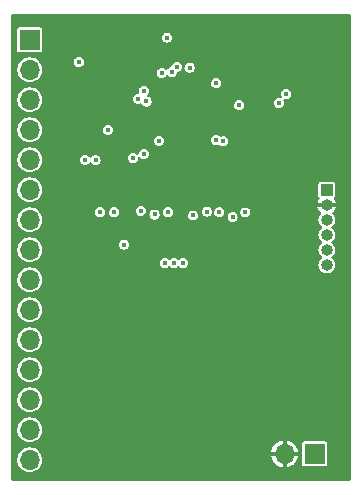
<source format=gbr>
%TF.GenerationSoftware,KiCad,Pcbnew,(6.0.0)*%
%TF.CreationDate,2022-02-12T21:43:18+08:00*%
%TF.ProjectId,esp8266,65737038-3236-4362-9e6b-696361645f70,rev?*%
%TF.SameCoordinates,Original*%
%TF.FileFunction,Copper,L2,Inr*%
%TF.FilePolarity,Positive*%
%FSLAX46Y46*%
G04 Gerber Fmt 4.6, Leading zero omitted, Abs format (unit mm)*
G04 Created by KiCad (PCBNEW (6.0.0)) date 2022-02-12 21:43:18*
%MOMM*%
%LPD*%
G01*
G04 APERTURE LIST*
%TA.AperFunction,ComponentPad*%
%ADD10R,1.700000X1.700000*%
%TD*%
%TA.AperFunction,ComponentPad*%
%ADD11O,1.700000X1.700000*%
%TD*%
%TA.AperFunction,ComponentPad*%
%ADD12R,1.000000X1.000000*%
%TD*%
%TA.AperFunction,ComponentPad*%
%ADD13O,1.000000X1.000000*%
%TD*%
%TA.AperFunction,ViaPad*%
%ADD14C,0.450000*%
%TD*%
G04 APERTURE END LIST*
D10*
%TO.N,/ADC_IN*%
%TO.C,J4*%
X118364000Y-113284000D03*
D11*
%TO.N,/CHIP_PU*%
X118364000Y-115824000D03*
%TO.N,/GPIO16*%
X118364000Y-118364000D03*
%TO.N,/MTMS*%
X118364000Y-120904000D03*
%TO.N,/GPIO2*%
X118364000Y-123444000D03*
%TO.N,/GPIO0*%
X118364000Y-125984000D03*
%TO.N,/GPIO4*%
X118364000Y-128524000D03*
%TO.N,/SD2{slash}GPIO9*%
X118364000Y-131064000D03*
%TO.N,/SD3{slash}CS*%
X118364000Y-133604000D03*
%TO.N,/CMD{slash}MOSI*%
X118364000Y-136144000D03*
%TO.N,/SCLK*%
X118364000Y-138684000D03*
%TO.N,/SD0{slash}MISO*%
X118364000Y-141224000D03*
%TO.N,/SD1{slash}INT*%
X118364000Y-143764000D03*
%TO.N,/GPIO5*%
X118364000Y-146304000D03*
%TO.N,unconnected-(J4-Pad15)*%
X118364000Y-148844000D03*
%TD*%
D12*
%TO.N,+3V3*%
%TO.C,J2*%
X143510000Y-125984000D03*
D13*
%TO.N,GND*%
X143510000Y-127254000D03*
%TO.N,/RST*%
X143510000Y-128524000D03*
%TO.N,/GPIO0*%
X143510000Y-129794000D03*
%TO.N,/TXD*%
X143510000Y-131064000D03*
%TO.N,/RXD*%
X143510000Y-132334000D03*
%TD*%
D10*
%TO.N,+3V3*%
%TO.C,J1*%
X142494000Y-148336000D03*
D11*
%TO.N,GND*%
X139954000Y-148336000D03*
%TD*%
D14*
%TO.N,+3V3*%
X122511816Y-115158389D03*
X129963353Y-113099496D03*
X140076500Y-117894232D03*
X135532897Y-128264023D03*
X132195647Y-128153270D03*
X130556000Y-132179500D03*
X134158924Y-116950881D03*
X128243907Y-118504500D03*
X128932739Y-128074200D03*
X136098000Y-118824000D03*
X129794000Y-132179500D03*
X126341843Y-130622992D03*
X131318000Y-132179500D03*
X123936850Y-123472882D03*
X129301480Y-121824344D03*
X131892000Y-115635994D03*
%TO.N,GND*%
X131042000Y-118780000D03*
X132242000Y-120580000D03*
X132842000Y-119380000D03*
X132842000Y-119980000D03*
X132842000Y-118780000D03*
X131642000Y-120580000D03*
X131642000Y-119380000D03*
X132242000Y-119380000D03*
X132242000Y-119980000D03*
X132842000Y-120580000D03*
X130442000Y-119380000D03*
X131042000Y-119380000D03*
X132242000Y-118780000D03*
X132242000Y-118180000D03*
X130442000Y-119980000D03*
X131042000Y-118180000D03*
X132842000Y-118180000D03*
X126492000Y-120396000D03*
X131042000Y-120580000D03*
X137882000Y-115072204D03*
X127254000Y-120396000D03*
X131642000Y-118780000D03*
X131042000Y-119980000D03*
X131642000Y-118180000D03*
X131642000Y-119980000D03*
X130442000Y-118780000D03*
X130442000Y-118180000D03*
X130442000Y-120580000D03*
%TO.N,/RST*%
X136618467Y-127895637D03*
X139446000Y-118618000D03*
%TO.N,/GPIO16*%
X129540000Y-116078000D03*
X130060572Y-127885176D03*
%TO.N,/TXD*%
X134402665Y-127889523D03*
X134740800Y-121855775D03*
%TO.N,/RXD*%
X134156177Y-121780340D03*
X133350000Y-127822500D03*
%TO.N,/GPIO0*%
X127762000Y-127762000D03*
X128016000Y-122936000D03*
%TO.N,/ADC_IN*%
X130810000Y-115570000D03*
%TO.N,/CHIP_PU*%
X130392000Y-115988000D03*
%TO.N,/GPIO2*%
X127116188Y-123306188D03*
X125506591Y-127869952D03*
%TO.N,/MTMS*%
X128016000Y-117602000D03*
%TO.N,/MTDI*%
X124970000Y-120904000D03*
X127553583Y-118275572D03*
%TO.N,/MTDO*%
X124309057Y-127860523D03*
X123065000Y-123444000D03*
%TD*%
%TA.AperFunction,Conductor*%
%TO.N,GND*%
G36*
X145501152Y-111118907D02*
G01*
X145537116Y-111168407D01*
X145541961Y-111199037D01*
X145533353Y-132863952D01*
X145526345Y-150501039D01*
X145507415Y-150559223D01*
X145457900Y-150595167D01*
X145427345Y-150600000D01*
X116899000Y-150600000D01*
X116840809Y-150581093D01*
X116804845Y-150531593D01*
X116800000Y-150501000D01*
X116800000Y-148829262D01*
X117308520Y-148829262D01*
X117325759Y-149034553D01*
X117382544Y-149232586D01*
X117476712Y-149415818D01*
X117604677Y-149577270D01*
X117608357Y-149580402D01*
X117608359Y-149580404D01*
X117721017Y-149676283D01*
X117761564Y-149710791D01*
X117765787Y-149713151D01*
X117765791Y-149713154D01*
X117805342Y-149735258D01*
X117941398Y-149811297D01*
X117945996Y-149812791D01*
X118132724Y-149873463D01*
X118132726Y-149873464D01*
X118137329Y-149874959D01*
X118341894Y-149899351D01*
X118346716Y-149898980D01*
X118346719Y-149898980D01*
X118414541Y-149893761D01*
X118547300Y-149883546D01*
X118745725Y-149828145D01*
X118750038Y-149825966D01*
X118750044Y-149825964D01*
X118925289Y-149737441D01*
X118925291Y-149737440D01*
X118929610Y-149735258D01*
X118964943Y-149707653D01*
X119088135Y-149611406D01*
X119088139Y-149611402D01*
X119091951Y-149608424D01*
X119226564Y-149452472D01*
X119236260Y-149435404D01*
X119325934Y-149277550D01*
X119325935Y-149277547D01*
X119328323Y-149273344D01*
X119331355Y-149264231D01*
X119391824Y-149082454D01*
X119391824Y-149082452D01*
X119393351Y-149077863D01*
X119419171Y-148873474D01*
X119419583Y-148844000D01*
X119417667Y-148824454D01*
X119399952Y-148643780D01*
X119399951Y-148643776D01*
X119399480Y-148638970D01*
X119390708Y-148609914D01*
X119356135Y-148495405D01*
X138811898Y-148495405D01*
X138812995Y-148512145D01*
X138814408Y-148521064D01*
X138864200Y-148717121D01*
X138867220Y-148725649D01*
X138951904Y-148909341D01*
X138956422Y-148917167D01*
X139073171Y-149082363D01*
X139079035Y-149089229D01*
X139223931Y-149230381D01*
X139230954Y-149236068D01*
X139399138Y-149348446D01*
X139407093Y-149352764D01*
X139592929Y-149432606D01*
X139601540Y-149435404D01*
X139793830Y-149478914D01*
X139801167Y-149476840D01*
X139803787Y-149473514D01*
X139804000Y-149472317D01*
X139804000Y-149460679D01*
X140104000Y-149460679D01*
X140108122Y-149473364D01*
X140109292Y-149474215D01*
X140115272Y-149474725D01*
X140219115Y-149459668D01*
X140227914Y-149457556D01*
X140419450Y-149392538D01*
X140427714Y-149388858D01*
X140604194Y-149290026D01*
X140611652Y-149284900D01*
X140706822Y-149205748D01*
X141443500Y-149205748D01*
X141455133Y-149264231D01*
X141499448Y-149330552D01*
X141565769Y-149374867D01*
X141575332Y-149376769D01*
X141575334Y-149376770D01*
X141598005Y-149381279D01*
X141624252Y-149386500D01*
X143363748Y-149386500D01*
X143389995Y-149381279D01*
X143412666Y-149376770D01*
X143412668Y-149376769D01*
X143422231Y-149374867D01*
X143488552Y-149330552D01*
X143532867Y-149264231D01*
X143544500Y-149205748D01*
X143544500Y-147466252D01*
X143532867Y-147407769D01*
X143488552Y-147341448D01*
X143422231Y-147297133D01*
X143412668Y-147295231D01*
X143412666Y-147295230D01*
X143389995Y-147290721D01*
X143363748Y-147285500D01*
X141624252Y-147285500D01*
X141598005Y-147290721D01*
X141575334Y-147295230D01*
X141575332Y-147295231D01*
X141565769Y-147297133D01*
X141499448Y-147341448D01*
X141455133Y-147407769D01*
X141443500Y-147466252D01*
X141443500Y-149205748D01*
X140706822Y-149205748D01*
X140767157Y-149155568D01*
X140773568Y-149149157D01*
X140902900Y-148993652D01*
X140908026Y-148986194D01*
X141006858Y-148809714D01*
X141010538Y-148801450D01*
X141075556Y-148609914D01*
X141077668Y-148601115D01*
X141092109Y-148501518D01*
X141089850Y-148488372D01*
X141088815Y-148487363D01*
X141082968Y-148486000D01*
X140119680Y-148486000D01*
X140106995Y-148490122D01*
X140104000Y-148494243D01*
X140104000Y-149460679D01*
X139804000Y-149460679D01*
X139804000Y-148501680D01*
X139799878Y-148488995D01*
X139795757Y-148486000D01*
X138826962Y-148486000D01*
X138814277Y-148490122D01*
X138812202Y-148492978D01*
X138811898Y-148495405D01*
X119356135Y-148495405D01*
X119354540Y-148490122D01*
X119339935Y-148441749D01*
X119243218Y-148259849D01*
X119170288Y-148170428D01*
X138815487Y-148170428D01*
X138818090Y-148183511D01*
X138819663Y-148184965D01*
X138824378Y-148186000D01*
X139788320Y-148186000D01*
X139801005Y-148181878D01*
X139804000Y-148177757D01*
X139804000Y-148170320D01*
X140104000Y-148170320D01*
X140108122Y-148183005D01*
X140112243Y-148186000D01*
X141079464Y-148186000D01*
X141092149Y-148181878D01*
X141093818Y-148179582D01*
X141094222Y-148175966D01*
X141090003Y-148130048D01*
X141088356Y-148121164D01*
X141033449Y-147926481D01*
X141030208Y-147918037D01*
X140940745Y-147736624D01*
X140936020Y-147728914D01*
X140814994Y-147566840D01*
X140808945Y-147560122D01*
X140660405Y-147422814D01*
X140653240Y-147417315D01*
X140482163Y-147309374D01*
X140474110Y-147305271D01*
X140286229Y-147230314D01*
X140277571Y-147227749D01*
X140119379Y-147196283D01*
X140106132Y-147197851D01*
X140106100Y-147197881D01*
X140104000Y-147205928D01*
X140104000Y-148170320D01*
X139804000Y-148170320D01*
X139804000Y-147210517D01*
X139799878Y-147197832D01*
X139799274Y-147197393D01*
X139792127Y-147196877D01*
X139659559Y-147219657D01*
X139650823Y-147221998D01*
X139461050Y-147292009D01*
X139452887Y-147295902D01*
X139279047Y-147399326D01*
X139271745Y-147404631D01*
X139119657Y-147538010D01*
X139113434Y-147544568D01*
X138988209Y-147703415D01*
X138983284Y-147710998D01*
X138889097Y-147890018D01*
X138885643Y-147898358D01*
X138825658Y-148091538D01*
X138823777Y-148100389D01*
X138815487Y-148170428D01*
X119170288Y-148170428D01*
X119113011Y-148100200D01*
X119104945Y-148093527D01*
X118958002Y-147971965D01*
X118958000Y-147971964D01*
X118954275Y-147968882D01*
X118773055Y-147870897D01*
X118709855Y-147851333D01*
X118580875Y-147811407D01*
X118580871Y-147811406D01*
X118576254Y-147809977D01*
X118571446Y-147809472D01*
X118571443Y-147809471D01*
X118376185Y-147788949D01*
X118376183Y-147788949D01*
X118371369Y-147788443D01*
X118311354Y-147793905D01*
X118171022Y-147806675D01*
X118171017Y-147806676D01*
X118166203Y-147807114D01*
X117968572Y-147865280D01*
X117964288Y-147867519D01*
X117964287Y-147867520D01*
X117953428Y-147873197D01*
X117786002Y-147960726D01*
X117782231Y-147963758D01*
X117629220Y-148086781D01*
X117629217Y-148086783D01*
X117625447Y-148089815D01*
X117622333Y-148093526D01*
X117622332Y-148093527D01*
X117548197Y-148181878D01*
X117493024Y-148247630D01*
X117490689Y-148251878D01*
X117490688Y-148251879D01*
X117483955Y-148264126D01*
X117393776Y-148428162D01*
X117392313Y-148432775D01*
X117392311Y-148432779D01*
X117374121Y-148490122D01*
X117331484Y-148624532D01*
X117330944Y-148629344D01*
X117330944Y-148629345D01*
X117310713Y-148809714D01*
X117308520Y-148829262D01*
X116800000Y-148829262D01*
X116800000Y-146289262D01*
X117308520Y-146289262D01*
X117325759Y-146494553D01*
X117382544Y-146692586D01*
X117476712Y-146875818D01*
X117604677Y-147037270D01*
X117608357Y-147040402D01*
X117608359Y-147040404D01*
X117721017Y-147136283D01*
X117761564Y-147170791D01*
X117765787Y-147173151D01*
X117765791Y-147173154D01*
X117824434Y-147205928D01*
X117941398Y-147271297D01*
X117945996Y-147272791D01*
X118132724Y-147333463D01*
X118132726Y-147333464D01*
X118137329Y-147334959D01*
X118341894Y-147359351D01*
X118346716Y-147358980D01*
X118346719Y-147358980D01*
X118414541Y-147353761D01*
X118547300Y-147343546D01*
X118745725Y-147288145D01*
X118750038Y-147285966D01*
X118750044Y-147285964D01*
X118925289Y-147197441D01*
X118925291Y-147197440D01*
X118929610Y-147195258D01*
X118964943Y-147167653D01*
X119088135Y-147071406D01*
X119088139Y-147071402D01*
X119091951Y-147068424D01*
X119226564Y-146912472D01*
X119245231Y-146879613D01*
X119325934Y-146737550D01*
X119325935Y-146737547D01*
X119328323Y-146733344D01*
X119341882Y-146692586D01*
X119391824Y-146542454D01*
X119391824Y-146542452D01*
X119393351Y-146537863D01*
X119419171Y-146333474D01*
X119419583Y-146304000D01*
X119399480Y-146098970D01*
X119339935Y-145901749D01*
X119243218Y-145719849D01*
X119113011Y-145560200D01*
X118954275Y-145428882D01*
X118773055Y-145330897D01*
X118709855Y-145311333D01*
X118580875Y-145271407D01*
X118580871Y-145271406D01*
X118576254Y-145269977D01*
X118571446Y-145269472D01*
X118571443Y-145269471D01*
X118376185Y-145248949D01*
X118376183Y-145248949D01*
X118371369Y-145248443D01*
X118311354Y-145253905D01*
X118171022Y-145266675D01*
X118171017Y-145266676D01*
X118166203Y-145267114D01*
X117968572Y-145325280D01*
X117964288Y-145327519D01*
X117964287Y-145327520D01*
X117953428Y-145333197D01*
X117786002Y-145420726D01*
X117782231Y-145423758D01*
X117629220Y-145546781D01*
X117629217Y-145546783D01*
X117625447Y-145549815D01*
X117622333Y-145553526D01*
X117622332Y-145553527D01*
X117613585Y-145563952D01*
X117493024Y-145707630D01*
X117490689Y-145711878D01*
X117490688Y-145711879D01*
X117483955Y-145724126D01*
X117393776Y-145888162D01*
X117331484Y-146084532D01*
X117330944Y-146089344D01*
X117330944Y-146089345D01*
X117329865Y-146098970D01*
X117308520Y-146289262D01*
X116800000Y-146289262D01*
X116800000Y-143749262D01*
X117308520Y-143749262D01*
X117325759Y-143954553D01*
X117382544Y-144152586D01*
X117476712Y-144335818D01*
X117604677Y-144497270D01*
X117608357Y-144500402D01*
X117608359Y-144500404D01*
X117721017Y-144596283D01*
X117761564Y-144630791D01*
X117765787Y-144633151D01*
X117765791Y-144633154D01*
X117805342Y-144655258D01*
X117941398Y-144731297D01*
X117945996Y-144732791D01*
X118132724Y-144793463D01*
X118132726Y-144793464D01*
X118137329Y-144794959D01*
X118341894Y-144819351D01*
X118346716Y-144818980D01*
X118346719Y-144818980D01*
X118414541Y-144813761D01*
X118547300Y-144803546D01*
X118745725Y-144748145D01*
X118750038Y-144745966D01*
X118750044Y-144745964D01*
X118925289Y-144657441D01*
X118925291Y-144657440D01*
X118929610Y-144655258D01*
X118964943Y-144627653D01*
X119088135Y-144531406D01*
X119088139Y-144531402D01*
X119091951Y-144528424D01*
X119226564Y-144372472D01*
X119245231Y-144339613D01*
X119325934Y-144197550D01*
X119325935Y-144197547D01*
X119328323Y-144193344D01*
X119341882Y-144152586D01*
X119391824Y-144002454D01*
X119391824Y-144002452D01*
X119393351Y-143997863D01*
X119419171Y-143793474D01*
X119419583Y-143764000D01*
X119399480Y-143558970D01*
X119339935Y-143361749D01*
X119243218Y-143179849D01*
X119113011Y-143020200D01*
X118954275Y-142888882D01*
X118773055Y-142790897D01*
X118709855Y-142771333D01*
X118580875Y-142731407D01*
X118580871Y-142731406D01*
X118576254Y-142729977D01*
X118571446Y-142729472D01*
X118571443Y-142729471D01*
X118376185Y-142708949D01*
X118376183Y-142708949D01*
X118371369Y-142708443D01*
X118311354Y-142713905D01*
X118171022Y-142726675D01*
X118171017Y-142726676D01*
X118166203Y-142727114D01*
X117968572Y-142785280D01*
X117964288Y-142787519D01*
X117964287Y-142787520D01*
X117953428Y-142793197D01*
X117786002Y-142880726D01*
X117782231Y-142883758D01*
X117629220Y-143006781D01*
X117629217Y-143006783D01*
X117625447Y-143009815D01*
X117622333Y-143013526D01*
X117622332Y-143013527D01*
X117613585Y-143023952D01*
X117493024Y-143167630D01*
X117490689Y-143171878D01*
X117490688Y-143171879D01*
X117483955Y-143184126D01*
X117393776Y-143348162D01*
X117331484Y-143544532D01*
X117330944Y-143549344D01*
X117330944Y-143549345D01*
X117329865Y-143558970D01*
X117308520Y-143749262D01*
X116800000Y-143749262D01*
X116800000Y-141209262D01*
X117308520Y-141209262D01*
X117325759Y-141414553D01*
X117382544Y-141612586D01*
X117476712Y-141795818D01*
X117604677Y-141957270D01*
X117608357Y-141960402D01*
X117608359Y-141960404D01*
X117721017Y-142056283D01*
X117761564Y-142090791D01*
X117765787Y-142093151D01*
X117765791Y-142093154D01*
X117805342Y-142115258D01*
X117941398Y-142191297D01*
X117945996Y-142192791D01*
X118132724Y-142253463D01*
X118132726Y-142253464D01*
X118137329Y-142254959D01*
X118341894Y-142279351D01*
X118346716Y-142278980D01*
X118346719Y-142278980D01*
X118414541Y-142273761D01*
X118547300Y-142263546D01*
X118745725Y-142208145D01*
X118750038Y-142205966D01*
X118750044Y-142205964D01*
X118925289Y-142117441D01*
X118925291Y-142117440D01*
X118929610Y-142115258D01*
X118964943Y-142087653D01*
X119088135Y-141991406D01*
X119088139Y-141991402D01*
X119091951Y-141988424D01*
X119226564Y-141832472D01*
X119245231Y-141799613D01*
X119325934Y-141657550D01*
X119325935Y-141657547D01*
X119328323Y-141653344D01*
X119341882Y-141612586D01*
X119391824Y-141462454D01*
X119391824Y-141462452D01*
X119393351Y-141457863D01*
X119419171Y-141253474D01*
X119419583Y-141224000D01*
X119399480Y-141018970D01*
X119339935Y-140821749D01*
X119243218Y-140639849D01*
X119113011Y-140480200D01*
X118954275Y-140348882D01*
X118773055Y-140250897D01*
X118709855Y-140231333D01*
X118580875Y-140191407D01*
X118580871Y-140191406D01*
X118576254Y-140189977D01*
X118571446Y-140189472D01*
X118571443Y-140189471D01*
X118376185Y-140168949D01*
X118376183Y-140168949D01*
X118371369Y-140168443D01*
X118311354Y-140173905D01*
X118171022Y-140186675D01*
X118171017Y-140186676D01*
X118166203Y-140187114D01*
X117968572Y-140245280D01*
X117964288Y-140247519D01*
X117964287Y-140247520D01*
X117953428Y-140253197D01*
X117786002Y-140340726D01*
X117782231Y-140343758D01*
X117629220Y-140466781D01*
X117629217Y-140466783D01*
X117625447Y-140469815D01*
X117622333Y-140473526D01*
X117622332Y-140473527D01*
X117613585Y-140483952D01*
X117493024Y-140627630D01*
X117490689Y-140631878D01*
X117490688Y-140631879D01*
X117483955Y-140644126D01*
X117393776Y-140808162D01*
X117331484Y-141004532D01*
X117330944Y-141009344D01*
X117330944Y-141009345D01*
X117329865Y-141018970D01*
X117308520Y-141209262D01*
X116800000Y-141209262D01*
X116800000Y-138669262D01*
X117308520Y-138669262D01*
X117325759Y-138874553D01*
X117382544Y-139072586D01*
X117476712Y-139255818D01*
X117604677Y-139417270D01*
X117608357Y-139420402D01*
X117608359Y-139420404D01*
X117721017Y-139516283D01*
X117761564Y-139550791D01*
X117765787Y-139553151D01*
X117765791Y-139553154D01*
X117805342Y-139575258D01*
X117941398Y-139651297D01*
X117945996Y-139652791D01*
X118132724Y-139713463D01*
X118132726Y-139713464D01*
X118137329Y-139714959D01*
X118341894Y-139739351D01*
X118346716Y-139738980D01*
X118346719Y-139738980D01*
X118414541Y-139733761D01*
X118547300Y-139723546D01*
X118745725Y-139668145D01*
X118750038Y-139665966D01*
X118750044Y-139665964D01*
X118925289Y-139577441D01*
X118925291Y-139577440D01*
X118929610Y-139575258D01*
X118964943Y-139547653D01*
X119088135Y-139451406D01*
X119088139Y-139451402D01*
X119091951Y-139448424D01*
X119226564Y-139292472D01*
X119245231Y-139259613D01*
X119325934Y-139117550D01*
X119325935Y-139117547D01*
X119328323Y-139113344D01*
X119341882Y-139072586D01*
X119391824Y-138922454D01*
X119391824Y-138922452D01*
X119393351Y-138917863D01*
X119419171Y-138713474D01*
X119419583Y-138684000D01*
X119399480Y-138478970D01*
X119339935Y-138281749D01*
X119243218Y-138099849D01*
X119113011Y-137940200D01*
X118954275Y-137808882D01*
X118773055Y-137710897D01*
X118709855Y-137691333D01*
X118580875Y-137651407D01*
X118580871Y-137651406D01*
X118576254Y-137649977D01*
X118571446Y-137649472D01*
X118571443Y-137649471D01*
X118376185Y-137628949D01*
X118376183Y-137628949D01*
X118371369Y-137628443D01*
X118311354Y-137633905D01*
X118171022Y-137646675D01*
X118171017Y-137646676D01*
X118166203Y-137647114D01*
X117968572Y-137705280D01*
X117964288Y-137707519D01*
X117964287Y-137707520D01*
X117953428Y-137713197D01*
X117786002Y-137800726D01*
X117782231Y-137803758D01*
X117629220Y-137926781D01*
X117629217Y-137926783D01*
X117625447Y-137929815D01*
X117622333Y-137933526D01*
X117622332Y-137933527D01*
X117613585Y-137943952D01*
X117493024Y-138087630D01*
X117490689Y-138091878D01*
X117490688Y-138091879D01*
X117483955Y-138104126D01*
X117393776Y-138268162D01*
X117331484Y-138464532D01*
X117330944Y-138469344D01*
X117330944Y-138469345D01*
X117329865Y-138478970D01*
X117308520Y-138669262D01*
X116800000Y-138669262D01*
X116800000Y-136129262D01*
X117308520Y-136129262D01*
X117325759Y-136334553D01*
X117382544Y-136532586D01*
X117476712Y-136715818D01*
X117604677Y-136877270D01*
X117608357Y-136880402D01*
X117608359Y-136880404D01*
X117721017Y-136976283D01*
X117761564Y-137010791D01*
X117765787Y-137013151D01*
X117765791Y-137013154D01*
X117805342Y-137035258D01*
X117941398Y-137111297D01*
X117945996Y-137112791D01*
X118132724Y-137173463D01*
X118132726Y-137173464D01*
X118137329Y-137174959D01*
X118341894Y-137199351D01*
X118346716Y-137198980D01*
X118346719Y-137198980D01*
X118414541Y-137193761D01*
X118547300Y-137183546D01*
X118745725Y-137128145D01*
X118750038Y-137125966D01*
X118750044Y-137125964D01*
X118925289Y-137037441D01*
X118925291Y-137037440D01*
X118929610Y-137035258D01*
X118964943Y-137007653D01*
X119088135Y-136911406D01*
X119088139Y-136911402D01*
X119091951Y-136908424D01*
X119226564Y-136752472D01*
X119245231Y-136719613D01*
X119325934Y-136577550D01*
X119325935Y-136577547D01*
X119328323Y-136573344D01*
X119341882Y-136532586D01*
X119391824Y-136382454D01*
X119391824Y-136382452D01*
X119393351Y-136377863D01*
X119419171Y-136173474D01*
X119419583Y-136144000D01*
X119399480Y-135938970D01*
X119339935Y-135741749D01*
X119243218Y-135559849D01*
X119113011Y-135400200D01*
X118954275Y-135268882D01*
X118773055Y-135170897D01*
X118709855Y-135151333D01*
X118580875Y-135111407D01*
X118580871Y-135111406D01*
X118576254Y-135109977D01*
X118571446Y-135109472D01*
X118571443Y-135109471D01*
X118376185Y-135088949D01*
X118376183Y-135088949D01*
X118371369Y-135088443D01*
X118311354Y-135093905D01*
X118171022Y-135106675D01*
X118171017Y-135106676D01*
X118166203Y-135107114D01*
X117968572Y-135165280D01*
X117964288Y-135167519D01*
X117964287Y-135167520D01*
X117953428Y-135173197D01*
X117786002Y-135260726D01*
X117782231Y-135263758D01*
X117629220Y-135386781D01*
X117629217Y-135386783D01*
X117625447Y-135389815D01*
X117622333Y-135393526D01*
X117622332Y-135393527D01*
X117613585Y-135403952D01*
X117493024Y-135547630D01*
X117490689Y-135551878D01*
X117490688Y-135551879D01*
X117483955Y-135564126D01*
X117393776Y-135728162D01*
X117331484Y-135924532D01*
X117330944Y-135929344D01*
X117330944Y-135929345D01*
X117329865Y-135938970D01*
X117308520Y-136129262D01*
X116800000Y-136129262D01*
X116800000Y-133589262D01*
X117308520Y-133589262D01*
X117325759Y-133794553D01*
X117382544Y-133992586D01*
X117476712Y-134175818D01*
X117604677Y-134337270D01*
X117608357Y-134340402D01*
X117608359Y-134340404D01*
X117721017Y-134436283D01*
X117761564Y-134470791D01*
X117765787Y-134473151D01*
X117765791Y-134473154D01*
X117805342Y-134495258D01*
X117941398Y-134571297D01*
X117945996Y-134572791D01*
X118132724Y-134633463D01*
X118132726Y-134633464D01*
X118137329Y-134634959D01*
X118341894Y-134659351D01*
X118346716Y-134658980D01*
X118346719Y-134658980D01*
X118414541Y-134653761D01*
X118547300Y-134643546D01*
X118745725Y-134588145D01*
X118750038Y-134585966D01*
X118750044Y-134585964D01*
X118925289Y-134497441D01*
X118925291Y-134497440D01*
X118929610Y-134495258D01*
X118964943Y-134467653D01*
X119088135Y-134371406D01*
X119088139Y-134371402D01*
X119091951Y-134368424D01*
X119226564Y-134212472D01*
X119245231Y-134179613D01*
X119325934Y-134037550D01*
X119325935Y-134037547D01*
X119328323Y-134033344D01*
X119341882Y-133992586D01*
X119391824Y-133842454D01*
X119391824Y-133842452D01*
X119393351Y-133837863D01*
X119419171Y-133633474D01*
X119419583Y-133604000D01*
X119399480Y-133398970D01*
X119339935Y-133201749D01*
X119243218Y-133019849D01*
X119113011Y-132860200D01*
X119054305Y-132811634D01*
X118958002Y-132731965D01*
X118958000Y-132731964D01*
X118954275Y-132728882D01*
X118773055Y-132630897D01*
X118702592Y-132609085D01*
X118580875Y-132571407D01*
X118580871Y-132571406D01*
X118576254Y-132569977D01*
X118571446Y-132569472D01*
X118571443Y-132569471D01*
X118376185Y-132548949D01*
X118376183Y-132548949D01*
X118371369Y-132548443D01*
X118311354Y-132553905D01*
X118171022Y-132566675D01*
X118171017Y-132566676D01*
X118166203Y-132567114D01*
X117968572Y-132625280D01*
X117964288Y-132627519D01*
X117964287Y-132627520D01*
X117953428Y-132633197D01*
X117786002Y-132720726D01*
X117782231Y-132723758D01*
X117629220Y-132846781D01*
X117629217Y-132846783D01*
X117625447Y-132849815D01*
X117622333Y-132853526D01*
X117622332Y-132853527D01*
X117500046Y-132999262D01*
X117493024Y-133007630D01*
X117490689Y-133011878D01*
X117490688Y-133011879D01*
X117483955Y-133024126D01*
X117393776Y-133188162D01*
X117331484Y-133384532D01*
X117330944Y-133389344D01*
X117330944Y-133389345D01*
X117329865Y-133398970D01*
X117308520Y-133589262D01*
X116800000Y-133589262D01*
X116800000Y-132179500D01*
X129363196Y-132179500D01*
X129384281Y-132312626D01*
X129387817Y-132319565D01*
X129387817Y-132319566D01*
X129395172Y-132334000D01*
X129445472Y-132432720D01*
X129540780Y-132528028D01*
X129547717Y-132531563D01*
X129547719Y-132531564D01*
X129620173Y-132568481D01*
X129660874Y-132589219D01*
X129668568Y-132590438D01*
X129668569Y-132590438D01*
X129786304Y-132609085D01*
X129794000Y-132610304D01*
X129801696Y-132609085D01*
X129919431Y-132590438D01*
X129919432Y-132590438D01*
X129927126Y-132589219D01*
X129967827Y-132568481D01*
X130040281Y-132531564D01*
X130040283Y-132531563D01*
X130047220Y-132528028D01*
X130104996Y-132470252D01*
X130159513Y-132442475D01*
X130219945Y-132452046D01*
X130245004Y-132470252D01*
X130302780Y-132528028D01*
X130309717Y-132531563D01*
X130309719Y-132531564D01*
X130382173Y-132568481D01*
X130422874Y-132589219D01*
X130430568Y-132590438D01*
X130430569Y-132590438D01*
X130548304Y-132609085D01*
X130556000Y-132610304D01*
X130563696Y-132609085D01*
X130681431Y-132590438D01*
X130681432Y-132590438D01*
X130689126Y-132589219D01*
X130729827Y-132568481D01*
X130802281Y-132531564D01*
X130802283Y-132531563D01*
X130809220Y-132528028D01*
X130866996Y-132470252D01*
X130921513Y-132442475D01*
X130981945Y-132452046D01*
X131007004Y-132470252D01*
X131064780Y-132528028D01*
X131071717Y-132531563D01*
X131071719Y-132531564D01*
X131144173Y-132568481D01*
X131184874Y-132589219D01*
X131192568Y-132590438D01*
X131192569Y-132590438D01*
X131310304Y-132609085D01*
X131318000Y-132610304D01*
X131325696Y-132609085D01*
X131443431Y-132590438D01*
X131443432Y-132590438D01*
X131451126Y-132589219D01*
X131491827Y-132568481D01*
X131564281Y-132531564D01*
X131564283Y-132531563D01*
X131571220Y-132528028D01*
X131666528Y-132432720D01*
X131716829Y-132334000D01*
X131724183Y-132319566D01*
X131724183Y-132319565D01*
X131727719Y-132312626D01*
X131748804Y-132179500D01*
X131727719Y-132046374D01*
X131718834Y-132028936D01*
X131670064Y-131933219D01*
X131670063Y-131933217D01*
X131666528Y-131926280D01*
X131571220Y-131830972D01*
X131564283Y-131827437D01*
X131564281Y-131827436D01*
X131458066Y-131773317D01*
X131458065Y-131773317D01*
X131451126Y-131769781D01*
X131443432Y-131768562D01*
X131443431Y-131768562D01*
X131354978Y-131754553D01*
X131318000Y-131748696D01*
X131281022Y-131754553D01*
X131192569Y-131768562D01*
X131192568Y-131768562D01*
X131184874Y-131769781D01*
X131177935Y-131773317D01*
X131177934Y-131773317D01*
X131071719Y-131827436D01*
X131071717Y-131827437D01*
X131064780Y-131830972D01*
X131007004Y-131888748D01*
X130952487Y-131916525D01*
X130892055Y-131906954D01*
X130866996Y-131888748D01*
X130809220Y-131830972D01*
X130802283Y-131827437D01*
X130802281Y-131827436D01*
X130696066Y-131773317D01*
X130696065Y-131773317D01*
X130689126Y-131769781D01*
X130681432Y-131768562D01*
X130681431Y-131768562D01*
X130592978Y-131754553D01*
X130556000Y-131748696D01*
X130519022Y-131754553D01*
X130430569Y-131768562D01*
X130430568Y-131768562D01*
X130422874Y-131769781D01*
X130415935Y-131773317D01*
X130415934Y-131773317D01*
X130309719Y-131827436D01*
X130309717Y-131827437D01*
X130302780Y-131830972D01*
X130245004Y-131888748D01*
X130190487Y-131916525D01*
X130130055Y-131906954D01*
X130104996Y-131888748D01*
X130047220Y-131830972D01*
X130040283Y-131827437D01*
X130040281Y-131827436D01*
X129934066Y-131773317D01*
X129934065Y-131773317D01*
X129927126Y-131769781D01*
X129919432Y-131768562D01*
X129919431Y-131768562D01*
X129830978Y-131754553D01*
X129794000Y-131748696D01*
X129757022Y-131754553D01*
X129668569Y-131768562D01*
X129668568Y-131768562D01*
X129660874Y-131769781D01*
X129653935Y-131773317D01*
X129653934Y-131773317D01*
X129547719Y-131827436D01*
X129547717Y-131827437D01*
X129540780Y-131830972D01*
X129445472Y-131926280D01*
X129441937Y-131933217D01*
X129441936Y-131933219D01*
X129393166Y-132028936D01*
X129384281Y-132046374D01*
X129363196Y-132179500D01*
X116800000Y-132179500D01*
X116800000Y-131049262D01*
X117308520Y-131049262D01*
X117308925Y-131054082D01*
X117323289Y-131225135D01*
X117325759Y-131254553D01*
X117327092Y-131259201D01*
X117327092Y-131259202D01*
X117367009Y-131398408D01*
X117382544Y-131452586D01*
X117476712Y-131635818D01*
X117604677Y-131797270D01*
X117608357Y-131800402D01*
X117608359Y-131800404D01*
X117721017Y-131896283D01*
X117761564Y-131930791D01*
X117765787Y-131933151D01*
X117765791Y-131933154D01*
X117805342Y-131955258D01*
X117941398Y-132031297D01*
X117945996Y-132032791D01*
X118132724Y-132093463D01*
X118132726Y-132093464D01*
X118137329Y-132094959D01*
X118341894Y-132119351D01*
X118346716Y-132118980D01*
X118346719Y-132118980D01*
X118414541Y-132113761D01*
X118547300Y-132103546D01*
X118745725Y-132048145D01*
X118750038Y-132045966D01*
X118750044Y-132045964D01*
X118925289Y-131957441D01*
X118925291Y-131957440D01*
X118929610Y-131955258D01*
X118964943Y-131927653D01*
X119088135Y-131831406D01*
X119088139Y-131831402D01*
X119091951Y-131828424D01*
X119138580Y-131774404D01*
X119155708Y-131754560D01*
X119226564Y-131672472D01*
X119228957Y-131668260D01*
X119325934Y-131497550D01*
X119325935Y-131497547D01*
X119328323Y-131493344D01*
X119341882Y-131452586D01*
X119391824Y-131302454D01*
X119391824Y-131302452D01*
X119393351Y-131297863D01*
X119419171Y-131093474D01*
X119419583Y-131064000D01*
X119416515Y-131032711D01*
X119399952Y-130863780D01*
X119399951Y-130863776D01*
X119399480Y-130858970D01*
X119339935Y-130661749D01*
X119319328Y-130622992D01*
X125911039Y-130622992D01*
X125932124Y-130756118D01*
X125935660Y-130763057D01*
X125935660Y-130763058D01*
X125986981Y-130863780D01*
X125993315Y-130876212D01*
X126088623Y-130971520D01*
X126095560Y-130975055D01*
X126095562Y-130975056D01*
X126201777Y-131029175D01*
X126208717Y-131032711D01*
X126216411Y-131033930D01*
X126216412Y-131033930D01*
X126304865Y-131047939D01*
X126322233Y-131050690D01*
X126334147Y-131052577D01*
X126341843Y-131053796D01*
X126349539Y-131052577D01*
X126361454Y-131050690D01*
X126378821Y-131047939D01*
X126467274Y-131033930D01*
X126467275Y-131033930D01*
X126474969Y-131032711D01*
X126481909Y-131029175D01*
X126588124Y-130975056D01*
X126588126Y-130975055D01*
X126595063Y-130971520D01*
X126690371Y-130876212D01*
X126696706Y-130863780D01*
X126748026Y-130763058D01*
X126748026Y-130763057D01*
X126751562Y-130756118D01*
X126772647Y-130622992D01*
X126753865Y-130504404D01*
X126752781Y-130497561D01*
X126752781Y-130497560D01*
X126751562Y-130489866D01*
X126742397Y-130471879D01*
X126693907Y-130376711D01*
X126693906Y-130376709D01*
X126690371Y-130369772D01*
X126595063Y-130274464D01*
X126588126Y-130270929D01*
X126588124Y-130270928D01*
X126481909Y-130216809D01*
X126481908Y-130216809D01*
X126474969Y-130213273D01*
X126467275Y-130212054D01*
X126467274Y-130212054D01*
X126349539Y-130193407D01*
X126341843Y-130192188D01*
X126334147Y-130193407D01*
X126216412Y-130212054D01*
X126216411Y-130212054D01*
X126208717Y-130213273D01*
X126201778Y-130216809D01*
X126201777Y-130216809D01*
X126095562Y-130270928D01*
X126095560Y-130270929D01*
X126088623Y-130274464D01*
X125993315Y-130369772D01*
X125989780Y-130376709D01*
X125989779Y-130376711D01*
X125941289Y-130471879D01*
X125932124Y-130489866D01*
X125930905Y-130497560D01*
X125930905Y-130497561D01*
X125929821Y-130504404D01*
X125911039Y-130622992D01*
X119319328Y-130622992D01*
X119243218Y-130479849D01*
X119113011Y-130320200D01*
X119096790Y-130306781D01*
X118958002Y-130191965D01*
X118958000Y-130191964D01*
X118954275Y-130188882D01*
X118773055Y-130090897D01*
X118709855Y-130071333D01*
X118580875Y-130031407D01*
X118580871Y-130031406D01*
X118576254Y-130029977D01*
X118571446Y-130029472D01*
X118571443Y-130029471D01*
X118376185Y-130008949D01*
X118376183Y-130008949D01*
X118371369Y-130008443D01*
X118311354Y-130013905D01*
X118171022Y-130026675D01*
X118171017Y-130026676D01*
X118166203Y-130027114D01*
X117968572Y-130085280D01*
X117964288Y-130087519D01*
X117964287Y-130087520D01*
X117953428Y-130093197D01*
X117786002Y-130180726D01*
X117782231Y-130183758D01*
X117629220Y-130306781D01*
X117629217Y-130306783D01*
X117625447Y-130309815D01*
X117622333Y-130313526D01*
X117622332Y-130313527D01*
X117559405Y-130388521D01*
X117493024Y-130467630D01*
X117490689Y-130471878D01*
X117490688Y-130471879D01*
X117486017Y-130480375D01*
X117393776Y-130648162D01*
X117392313Y-130652775D01*
X117392311Y-130652779D01*
X117363800Y-130742659D01*
X117331484Y-130844532D01*
X117330944Y-130849344D01*
X117330944Y-130849345D01*
X117310240Y-131033930D01*
X117308520Y-131049262D01*
X116800000Y-131049262D01*
X116800000Y-128509262D01*
X117308520Y-128509262D01*
X117308925Y-128514082D01*
X117324103Y-128694827D01*
X117325759Y-128714553D01*
X117327092Y-128719201D01*
X117327092Y-128719202D01*
X117367009Y-128858408D01*
X117382544Y-128912586D01*
X117476712Y-129095818D01*
X117604677Y-129257270D01*
X117608357Y-129260402D01*
X117608359Y-129260404D01*
X117687020Y-129327349D01*
X117761564Y-129390791D01*
X117765787Y-129393151D01*
X117765791Y-129393154D01*
X117805342Y-129415258D01*
X117941398Y-129491297D01*
X117945996Y-129492791D01*
X118132724Y-129553463D01*
X118132726Y-129553464D01*
X118137329Y-129554959D01*
X118341894Y-129579351D01*
X118346716Y-129578980D01*
X118346719Y-129578980D01*
X118414541Y-129573761D01*
X118547300Y-129563546D01*
X118745725Y-129508145D01*
X118750038Y-129505966D01*
X118750044Y-129505964D01*
X118925289Y-129417441D01*
X118925291Y-129417440D01*
X118929610Y-129415258D01*
X118964943Y-129387653D01*
X119088135Y-129291406D01*
X119088139Y-129291402D01*
X119091951Y-129288424D01*
X119138580Y-129234404D01*
X119155708Y-129214560D01*
X119226564Y-129132472D01*
X119228957Y-129128260D01*
X119325934Y-128957550D01*
X119325935Y-128957547D01*
X119328323Y-128953344D01*
X119341882Y-128912586D01*
X119391824Y-128762454D01*
X119391824Y-128762452D01*
X119393351Y-128757863D01*
X119419171Y-128553474D01*
X119419583Y-128524000D01*
X119419268Y-128520789D01*
X119399952Y-128323780D01*
X119399951Y-128323776D01*
X119399480Y-128318970D01*
X119392580Y-128296114D01*
X119361020Y-128191585D01*
X119339935Y-128121749D01*
X119243218Y-127939849D01*
X119178521Y-127860523D01*
X123878253Y-127860523D01*
X123879472Y-127868219D01*
X123896871Y-127978070D01*
X123899338Y-127993649D01*
X123902874Y-128000588D01*
X123902874Y-128000589D01*
X123943961Y-128081226D01*
X123960529Y-128113743D01*
X124055837Y-128209051D01*
X124062774Y-128212586D01*
X124062776Y-128212587D01*
X124168991Y-128266706D01*
X124175931Y-128270242D01*
X124183625Y-128271461D01*
X124183626Y-128271461D01*
X124301361Y-128290108D01*
X124309057Y-128291327D01*
X124316753Y-128290108D01*
X124434488Y-128271461D01*
X124434489Y-128271461D01*
X124442183Y-128270242D01*
X124449123Y-128266706D01*
X124555338Y-128212587D01*
X124555340Y-128212586D01*
X124562277Y-128209051D01*
X124657585Y-128113743D01*
X124674154Y-128081226D01*
X124715240Y-128000589D01*
X124715240Y-128000588D01*
X124718776Y-127993649D01*
X124721244Y-127978070D01*
X124738368Y-127869952D01*
X125075787Y-127869952D01*
X125077006Y-127877648D01*
X125095379Y-127993649D01*
X125096872Y-128003078D01*
X125100408Y-128010017D01*
X125100408Y-128010018D01*
X125153259Y-128113743D01*
X125158063Y-128123172D01*
X125253371Y-128218480D01*
X125260308Y-128222015D01*
X125260310Y-128222016D01*
X125357352Y-128271461D01*
X125373465Y-128279671D01*
X125381159Y-128280890D01*
X125381160Y-128280890D01*
X125447058Y-128291327D01*
X125477283Y-128296114D01*
X125498895Y-128299537D01*
X125506591Y-128300756D01*
X125514287Y-128299537D01*
X125535900Y-128296114D01*
X125566124Y-128291327D01*
X125632022Y-128280890D01*
X125632023Y-128280890D01*
X125639717Y-128279671D01*
X125655830Y-128271461D01*
X125752872Y-128222016D01*
X125752874Y-128222015D01*
X125759811Y-128218480D01*
X125855119Y-128123172D01*
X125859924Y-128113743D01*
X125912774Y-128010018D01*
X125912774Y-128010017D01*
X125916310Y-128003078D01*
X125917804Y-127993649D01*
X125936176Y-127877648D01*
X125937395Y-127869952D01*
X125930104Y-127823919D01*
X125920297Y-127762000D01*
X127331196Y-127762000D01*
X127332415Y-127769696D01*
X127350723Y-127885287D01*
X127352281Y-127895126D01*
X127355817Y-127902065D01*
X127355817Y-127902066D01*
X127403365Y-127995383D01*
X127413472Y-128015220D01*
X127508780Y-128110528D01*
X127515717Y-128114063D01*
X127515719Y-128114064D01*
X127621934Y-128168183D01*
X127628874Y-128171719D01*
X127636568Y-128172938D01*
X127636569Y-128172938D01*
X127754304Y-128191585D01*
X127762000Y-128192804D01*
X127769696Y-128191585D01*
X127887431Y-128172938D01*
X127887432Y-128172938D01*
X127895126Y-128171719D01*
X127902066Y-128168183D01*
X128008281Y-128114064D01*
X128008283Y-128114063D01*
X128015220Y-128110528D01*
X128051548Y-128074200D01*
X128501935Y-128074200D01*
X128503154Y-128081896D01*
X128521397Y-128197077D01*
X128523020Y-128207326D01*
X128526556Y-128214265D01*
X128526556Y-128214266D01*
X128579976Y-128319108D01*
X128584211Y-128327420D01*
X128679519Y-128422728D01*
X128686456Y-128426263D01*
X128686458Y-128426264D01*
X128792673Y-128480383D01*
X128799613Y-128483919D01*
X128807307Y-128485138D01*
X128807308Y-128485138D01*
X128925043Y-128503785D01*
X128932739Y-128505004D01*
X128940435Y-128503785D01*
X129058170Y-128485138D01*
X129058171Y-128485138D01*
X129065865Y-128483919D01*
X129072805Y-128480383D01*
X129179020Y-128426264D01*
X129179022Y-128426263D01*
X129185959Y-128422728D01*
X129281267Y-128327420D01*
X129285503Y-128319108D01*
X129338922Y-128214266D01*
X129338922Y-128214265D01*
X129342458Y-128207326D01*
X129344082Y-128197077D01*
X129362324Y-128081896D01*
X129363543Y-128074200D01*
X129353378Y-128010018D01*
X129343677Y-127948769D01*
X129343677Y-127948768D01*
X129342458Y-127941074D01*
X129323228Y-127903333D01*
X129313977Y-127885176D01*
X129629768Y-127885176D01*
X129630987Y-127892872D01*
X129648048Y-128000589D01*
X129650853Y-128018302D01*
X129654389Y-128025241D01*
X129654389Y-128025242D01*
X129705922Y-128126380D01*
X129712044Y-128138396D01*
X129807352Y-128233704D01*
X129814289Y-128237239D01*
X129814291Y-128237240D01*
X129910766Y-128286396D01*
X129927446Y-128294895D01*
X129935140Y-128296114D01*
X129935141Y-128296114D01*
X130052876Y-128314761D01*
X130060572Y-128315980D01*
X130068268Y-128314761D01*
X130186003Y-128296114D01*
X130186004Y-128296114D01*
X130193698Y-128294895D01*
X130210378Y-128286396D01*
X130306853Y-128237240D01*
X130306855Y-128237239D01*
X130313792Y-128233704D01*
X130394226Y-128153270D01*
X131764843Y-128153270D01*
X131766062Y-128160966D01*
X131783563Y-128271461D01*
X131785928Y-128286396D01*
X131789464Y-128293335D01*
X131789464Y-128293336D01*
X131842360Y-128397149D01*
X131847119Y-128406490D01*
X131942427Y-128501798D01*
X131949364Y-128505333D01*
X131949366Y-128505334D01*
X132049252Y-128556228D01*
X132062521Y-128562989D01*
X132070215Y-128564208D01*
X132070216Y-128564208D01*
X132187951Y-128582855D01*
X132195647Y-128584074D01*
X132203343Y-128582855D01*
X132321078Y-128564208D01*
X132321079Y-128564208D01*
X132328773Y-128562989D01*
X132342042Y-128556228D01*
X132441928Y-128505334D01*
X132441930Y-128505333D01*
X132448867Y-128501798D01*
X132544175Y-128406490D01*
X132548935Y-128397149D01*
X132601830Y-128293336D01*
X132601830Y-128293335D01*
X132605366Y-128286396D01*
X132607732Y-128271461D01*
X132625232Y-128160966D01*
X132626451Y-128153270D01*
X132610385Y-128051831D01*
X132606585Y-128027839D01*
X132606585Y-128027838D01*
X132605366Y-128020144D01*
X132600207Y-128010018D01*
X132547711Y-127906989D01*
X132547710Y-127906987D01*
X132544175Y-127900050D01*
X132466625Y-127822500D01*
X132919196Y-127822500D01*
X132920415Y-127830196D01*
X132938460Y-127944126D01*
X132940281Y-127955626D01*
X132943817Y-127962565D01*
X132943817Y-127962566D01*
X132992112Y-128057349D01*
X133001472Y-128075720D01*
X133096780Y-128171028D01*
X133103717Y-128174563D01*
X133103719Y-128174564D01*
X133208982Y-128228198D01*
X133216874Y-128232219D01*
X133224568Y-128233438D01*
X133224569Y-128233438D01*
X133342304Y-128252085D01*
X133350000Y-128253304D01*
X133357696Y-128252085D01*
X133475431Y-128233438D01*
X133475432Y-128233438D01*
X133483126Y-128232219D01*
X133491018Y-128228198D01*
X133596281Y-128174564D01*
X133596283Y-128174563D01*
X133603220Y-128171028D01*
X133698528Y-128075720D01*
X133707889Y-128057349D01*
X133756183Y-127962566D01*
X133756183Y-127962565D01*
X133759719Y-127955626D01*
X133761541Y-127944126D01*
X133770189Y-127889523D01*
X133971861Y-127889523D01*
X133975975Y-127915495D01*
X133988628Y-127995383D01*
X133992946Y-128022649D01*
X133996482Y-128029588D01*
X133996482Y-128029589D01*
X134046971Y-128128678D01*
X134054137Y-128142743D01*
X134149445Y-128238051D01*
X134156382Y-128241586D01*
X134156384Y-128241587D01*
X134262599Y-128295706D01*
X134269539Y-128299242D01*
X134277233Y-128300461D01*
X134277234Y-128300461D01*
X134333327Y-128309345D01*
X134394098Y-128318970D01*
X134394969Y-128319108D01*
X134402665Y-128320327D01*
X134410361Y-128319108D01*
X134411233Y-128318970D01*
X134472003Y-128309345D01*
X134528096Y-128300461D01*
X134528097Y-128300461D01*
X134535791Y-128299242D01*
X134542731Y-128295706D01*
X134604913Y-128264023D01*
X135102093Y-128264023D01*
X135105637Y-128286396D01*
X135111558Y-128323780D01*
X135123178Y-128397149D01*
X135126714Y-128404088D01*
X135126714Y-128404089D01*
X135177853Y-128504454D01*
X135184369Y-128517243D01*
X135279677Y-128612551D01*
X135286614Y-128616086D01*
X135286616Y-128616087D01*
X135392831Y-128670206D01*
X135399771Y-128673742D01*
X135407465Y-128674961D01*
X135407466Y-128674961D01*
X135525201Y-128693608D01*
X135532897Y-128694827D01*
X135540593Y-128693608D01*
X135658328Y-128674961D01*
X135658329Y-128674961D01*
X135666023Y-128673742D01*
X135672963Y-128670206D01*
X135779178Y-128616087D01*
X135779180Y-128616086D01*
X135786117Y-128612551D01*
X135881425Y-128517243D01*
X135887942Y-128504454D01*
X135939080Y-128404089D01*
X135939080Y-128404088D01*
X135942616Y-128397149D01*
X135954237Y-128323780D01*
X135960157Y-128286396D01*
X135963701Y-128264023D01*
X135948972Y-128171028D01*
X135943835Y-128138592D01*
X135943835Y-128138591D01*
X135942616Y-128130897D01*
X135933876Y-128113743D01*
X135884961Y-128017742D01*
X135884960Y-128017740D01*
X135881425Y-128010803D01*
X135786117Y-127915495D01*
X135779180Y-127911960D01*
X135779178Y-127911959D01*
X135747144Y-127895637D01*
X136187663Y-127895637D01*
X136188882Y-127903333D01*
X136206284Y-128013204D01*
X136208748Y-128028763D01*
X136212284Y-128035702D01*
X136212284Y-128035703D01*
X136264709Y-128138592D01*
X136269939Y-128148857D01*
X136365247Y-128244165D01*
X136372184Y-128247700D01*
X136372186Y-128247701D01*
X136474666Y-128299917D01*
X136485341Y-128305356D01*
X136493035Y-128306575D01*
X136493036Y-128306575D01*
X136610771Y-128325222D01*
X136618467Y-128326441D01*
X136626163Y-128325222D01*
X136743898Y-128306575D01*
X136743899Y-128306575D01*
X136751593Y-128305356D01*
X136762268Y-128299917D01*
X136864748Y-128247701D01*
X136864750Y-128247700D01*
X136871687Y-128244165D01*
X136966995Y-128148857D01*
X136972226Y-128138592D01*
X137024650Y-128035703D01*
X137024650Y-128035702D01*
X137028186Y-128028763D01*
X137030651Y-128013204D01*
X137048052Y-127903333D01*
X137049271Y-127895637D01*
X137037447Y-127820980D01*
X137029405Y-127770206D01*
X137029405Y-127770205D01*
X137028186Y-127762511D01*
X137019020Y-127744521D01*
X136970531Y-127649356D01*
X136970530Y-127649354D01*
X136966995Y-127642417D01*
X136871687Y-127547109D01*
X136864750Y-127543574D01*
X136864748Y-127543573D01*
X136758533Y-127489454D01*
X136758532Y-127489454D01*
X136751593Y-127485918D01*
X136743899Y-127484699D01*
X136743898Y-127484699D01*
X136653843Y-127470436D01*
X136618467Y-127464833D01*
X136583091Y-127470436D01*
X136493036Y-127484699D01*
X136493035Y-127484699D01*
X136485341Y-127485918D01*
X136478402Y-127489454D01*
X136478401Y-127489454D01*
X136372186Y-127543573D01*
X136372184Y-127543574D01*
X136365247Y-127547109D01*
X136269939Y-127642417D01*
X136266404Y-127649354D01*
X136266403Y-127649356D01*
X136217914Y-127744521D01*
X136208748Y-127762511D01*
X136207529Y-127770205D01*
X136207529Y-127770206D01*
X136199487Y-127820980D01*
X136187663Y-127895637D01*
X135747144Y-127895637D01*
X135672963Y-127857840D01*
X135672962Y-127857840D01*
X135666023Y-127854304D01*
X135658329Y-127853085D01*
X135658328Y-127853085D01*
X135540593Y-127834438D01*
X135532897Y-127833219D01*
X135525201Y-127834438D01*
X135407466Y-127853085D01*
X135407465Y-127853085D01*
X135399771Y-127854304D01*
X135392832Y-127857840D01*
X135392831Y-127857840D01*
X135286616Y-127911959D01*
X135286614Y-127911960D01*
X135279677Y-127915495D01*
X135184369Y-128010803D01*
X135180834Y-128017740D01*
X135180833Y-128017742D01*
X135131918Y-128113743D01*
X135123178Y-128130897D01*
X135121959Y-128138591D01*
X135121959Y-128138592D01*
X135116822Y-128171028D01*
X135102093Y-128264023D01*
X134604913Y-128264023D01*
X134648946Y-128241587D01*
X134648948Y-128241586D01*
X134655885Y-128238051D01*
X134751193Y-128142743D01*
X134758360Y-128128678D01*
X134808848Y-128029589D01*
X134808848Y-128029588D01*
X134812384Y-128022649D01*
X134816703Y-127995383D01*
X134829355Y-127915495D01*
X134833469Y-127889523D01*
X134816154Y-127780200D01*
X134813603Y-127764092D01*
X134813603Y-127764091D01*
X134812384Y-127756397D01*
X134796729Y-127725672D01*
X134754729Y-127643242D01*
X134754728Y-127643240D01*
X134751193Y-127636303D01*
X134655885Y-127540995D01*
X134648948Y-127537460D01*
X134648946Y-127537459D01*
X134542731Y-127483340D01*
X134542730Y-127483340D01*
X134535791Y-127479804D01*
X134528097Y-127478585D01*
X134528096Y-127478585D01*
X134439643Y-127464576D01*
X134402665Y-127458719D01*
X134365687Y-127464576D01*
X134277234Y-127478585D01*
X134277233Y-127478585D01*
X134269539Y-127479804D01*
X134262600Y-127483340D01*
X134262599Y-127483340D01*
X134156384Y-127537459D01*
X134156382Y-127537460D01*
X134149445Y-127540995D01*
X134054137Y-127636303D01*
X134050602Y-127643240D01*
X134050601Y-127643242D01*
X134008601Y-127725672D01*
X133992946Y-127756397D01*
X133991727Y-127764091D01*
X133991727Y-127764092D01*
X133989176Y-127780200D01*
X133971861Y-127889523D01*
X133770189Y-127889523D01*
X133779585Y-127830196D01*
X133780804Y-127822500D01*
X133773328Y-127775300D01*
X133760938Y-127697069D01*
X133760938Y-127697068D01*
X133759719Y-127689374D01*
X133748837Y-127668017D01*
X133702064Y-127576219D01*
X133702063Y-127576217D01*
X133698528Y-127569280D01*
X133603220Y-127473972D01*
X133596283Y-127470437D01*
X133596281Y-127470436D01*
X133490066Y-127416317D01*
X133490065Y-127416317D01*
X133485873Y-127414181D01*
X142721825Y-127414181D01*
X142721991Y-127415873D01*
X142724278Y-127426635D01*
X142777436Y-127586433D01*
X142782050Y-127596420D01*
X142869291Y-127740472D01*
X142876002Y-127749186D01*
X142992990Y-127870330D01*
X143005731Y-127880871D01*
X143004026Y-127882932D01*
X143035714Y-127922389D01*
X143038669Y-127983503D01*
X143008227Y-128032096D01*
X142985604Y-128051831D01*
X142982173Y-128056713D01*
X142982172Y-128056714D01*
X142900489Y-128172938D01*
X142888113Y-128190547D01*
X142871390Y-128233438D01*
X142835130Y-128326441D01*
X142826524Y-128348513D01*
X142804394Y-128516611D01*
X142805049Y-128522544D01*
X142805049Y-128522548D01*
X142815376Y-128616087D01*
X142822999Y-128685135D01*
X142881266Y-128844356D01*
X142884591Y-128849305D01*
X142884592Y-128849306D01*
X142897689Y-128868796D01*
X142975830Y-128985083D01*
X143087374Y-129086580D01*
X143117687Y-129139725D01*
X143110973Y-129200541D01*
X143085824Y-129234404D01*
X142985604Y-129321831D01*
X142982173Y-129326713D01*
X142982172Y-129326714D01*
X142918408Y-129417441D01*
X142888113Y-129460547D01*
X142869555Y-129508145D01*
X142851080Y-129555532D01*
X142826524Y-129618513D01*
X142804394Y-129786611D01*
X142805049Y-129792544D01*
X142805049Y-129792548D01*
X142805566Y-129797231D01*
X142822999Y-129955135D01*
X142881266Y-130114356D01*
X142884591Y-130119305D01*
X142884592Y-130119306D01*
X142897689Y-130138796D01*
X142975830Y-130255083D01*
X143087374Y-130356580D01*
X143117687Y-130409725D01*
X143110973Y-130470541D01*
X143085824Y-130504404D01*
X142985604Y-130591831D01*
X142982173Y-130596713D01*
X142982172Y-130596714D01*
X142963704Y-130622992D01*
X142888113Y-130730547D01*
X142826524Y-130888513D01*
X142804394Y-131056611D01*
X142805049Y-131062544D01*
X142805049Y-131062548D01*
X142822344Y-131219204D01*
X142822999Y-131225135D01*
X142881266Y-131384356D01*
X142884591Y-131389305D01*
X142884592Y-131389306D01*
X142897689Y-131408796D01*
X142975830Y-131525083D01*
X143087374Y-131626580D01*
X143117687Y-131679725D01*
X143110973Y-131740541D01*
X143085824Y-131774404D01*
X142985604Y-131861831D01*
X142982173Y-131866713D01*
X142982172Y-131866714D01*
X142891544Y-131995665D01*
X142888113Y-132000547D01*
X142870246Y-132046374D01*
X142851080Y-132095532D01*
X142826524Y-132158513D01*
X142804394Y-132326611D01*
X142805049Y-132332544D01*
X142805049Y-132332548D01*
X142815342Y-132425781D01*
X142822999Y-132495135D01*
X142881266Y-132654356D01*
X142884591Y-132659305D01*
X142884592Y-132659306D01*
X142897689Y-132678796D01*
X142975830Y-132795083D01*
X143101233Y-132909191D01*
X143250235Y-132990092D01*
X143285189Y-132999262D01*
X143408464Y-133031603D01*
X143408468Y-133031604D01*
X143414233Y-133033116D01*
X143420194Y-133033210D01*
X143420197Y-133033210D01*
X143498996Y-133034447D01*
X143583760Y-133035779D01*
X143589575Y-133034447D01*
X143589577Y-133034447D01*
X143743206Y-132999262D01*
X143743209Y-132999261D01*
X143749029Y-132997928D01*
X143764610Y-132990092D01*
X143895165Y-132924429D01*
X143900498Y-132921747D01*
X143905035Y-132917872D01*
X143905038Y-132917870D01*
X144024888Y-132815508D01*
X144024891Y-132815505D01*
X144029423Y-132811634D01*
X144086671Y-132731965D01*
X144124877Y-132678796D01*
X144124878Y-132678794D01*
X144128361Y-132673947D01*
X144163844Y-132585683D01*
X144189377Y-132522167D01*
X144189378Y-132522165D01*
X144191601Y-132516634D01*
X144200793Y-132452046D01*
X144215034Y-132351985D01*
X144215034Y-132351979D01*
X144215490Y-132348778D01*
X144215645Y-132334000D01*
X144197880Y-132187196D01*
X144195993Y-132171602D01*
X144195992Y-132171599D01*
X144195276Y-132165680D01*
X144135345Y-132007077D01*
X144084584Y-131933219D01*
X144042692Y-131872267D01*
X144039312Y-131867349D01*
X143932554Y-131772230D01*
X143901684Y-131719404D01*
X143907761Y-131658521D01*
X143934117Y-131623034D01*
X144024884Y-131545512D01*
X144024890Y-131545506D01*
X144029423Y-131541634D01*
X144032904Y-131536790D01*
X144124877Y-131408796D01*
X144124878Y-131408794D01*
X144128361Y-131403947D01*
X144169162Y-131302454D01*
X144189377Y-131252167D01*
X144189378Y-131252165D01*
X144191601Y-131246634D01*
X144213007Y-131096228D01*
X144215034Y-131081985D01*
X144215034Y-131081979D01*
X144215490Y-131078778D01*
X144215645Y-131064000D01*
X144195276Y-130895680D01*
X144135345Y-130737077D01*
X144080637Y-130657476D01*
X144042692Y-130602267D01*
X144039312Y-130597349D01*
X143932554Y-130502230D01*
X143901684Y-130449404D01*
X143907761Y-130388521D01*
X143934117Y-130353034D01*
X144024884Y-130275512D01*
X144024890Y-130275506D01*
X144029423Y-130271634D01*
X144032904Y-130266790D01*
X144124877Y-130138796D01*
X144124878Y-130138794D01*
X144128361Y-130133947D01*
X144170361Y-130029471D01*
X144189377Y-129982167D01*
X144189378Y-129982165D01*
X144191601Y-129976634D01*
X144215490Y-129808778D01*
X144215645Y-129794000D01*
X144195276Y-129625680D01*
X144135345Y-129467077D01*
X144039312Y-129327349D01*
X143932554Y-129232230D01*
X143901684Y-129179404D01*
X143907761Y-129118521D01*
X143934117Y-129083034D01*
X144024884Y-129005512D01*
X144024890Y-129005506D01*
X144029423Y-129001634D01*
X144032904Y-128996790D01*
X144124877Y-128868796D01*
X144124878Y-128868794D01*
X144128361Y-128863947D01*
X144169162Y-128762454D01*
X144189377Y-128712167D01*
X144189378Y-128712165D01*
X144191601Y-128706634D01*
X144192442Y-128700727D01*
X144215034Y-128541985D01*
X144215034Y-128541979D01*
X144215490Y-128538778D01*
X144215645Y-128524000D01*
X144195276Y-128355680D01*
X144135345Y-128197077D01*
X144131571Y-128191585D01*
X144042692Y-128062267D01*
X144039312Y-128057349D01*
X144009623Y-128030897D01*
X143978753Y-127978070D01*
X143984830Y-127917187D01*
X144007208Y-127885287D01*
X144122705Y-127775300D01*
X144129778Y-127766871D01*
X144222972Y-127626602D01*
X144227999Y-127616821D01*
X144287806Y-127459379D01*
X144290539Y-127448733D01*
X144294644Y-127419528D01*
X144292328Y-127406392D01*
X144291202Y-127405305D01*
X144285548Y-127404000D01*
X142736507Y-127404000D01*
X142723822Y-127408122D01*
X142722248Y-127410288D01*
X142721825Y-127414181D01*
X133485873Y-127414181D01*
X133483126Y-127412781D01*
X133475432Y-127411562D01*
X133475431Y-127411562D01*
X133357696Y-127392915D01*
X133350000Y-127391696D01*
X133342304Y-127392915D01*
X133224569Y-127411562D01*
X133224568Y-127411562D01*
X133216874Y-127412781D01*
X133209935Y-127416317D01*
X133209934Y-127416317D01*
X133103719Y-127470436D01*
X133103717Y-127470437D01*
X133096780Y-127473972D01*
X133001472Y-127569280D01*
X132997937Y-127576217D01*
X132997936Y-127576219D01*
X132951163Y-127668017D01*
X132940281Y-127689374D01*
X132939062Y-127697068D01*
X132939062Y-127697069D01*
X132926672Y-127775300D01*
X132919196Y-127822500D01*
X132466625Y-127822500D01*
X132448867Y-127804742D01*
X132441930Y-127801207D01*
X132441928Y-127801206D01*
X132335713Y-127747087D01*
X132335712Y-127747087D01*
X132328773Y-127743551D01*
X132321079Y-127742332D01*
X132321078Y-127742332D01*
X132203343Y-127723685D01*
X132195647Y-127722466D01*
X132187951Y-127723685D01*
X132070216Y-127742332D01*
X132070215Y-127742332D01*
X132062521Y-127743551D01*
X132055582Y-127747087D01*
X132055581Y-127747087D01*
X131949366Y-127801206D01*
X131949364Y-127801207D01*
X131942427Y-127804742D01*
X131847119Y-127900050D01*
X131843584Y-127906987D01*
X131843583Y-127906989D01*
X131791087Y-128010018D01*
X131785928Y-128020144D01*
X131784709Y-128027838D01*
X131784709Y-128027839D01*
X131780909Y-128051831D01*
X131764843Y-128153270D01*
X130394226Y-128153270D01*
X130409100Y-128138396D01*
X130415223Y-128126380D01*
X130466755Y-128025242D01*
X130466755Y-128025241D01*
X130470291Y-128018302D01*
X130473097Y-128000589D01*
X130490157Y-127892872D01*
X130491376Y-127885176D01*
X130474261Y-127777115D01*
X130471510Y-127759745D01*
X130471510Y-127759744D01*
X130470291Y-127752050D01*
X130465961Y-127743551D01*
X130412636Y-127638895D01*
X130412635Y-127638893D01*
X130409100Y-127631956D01*
X130313792Y-127536648D01*
X130306855Y-127533113D01*
X130306853Y-127533112D01*
X130200638Y-127478993D01*
X130200637Y-127478993D01*
X130193698Y-127475457D01*
X130186004Y-127474238D01*
X130186003Y-127474238D01*
X130092185Y-127459379D01*
X130060572Y-127454372D01*
X130028959Y-127459379D01*
X129935141Y-127474238D01*
X129935140Y-127474238D01*
X129927446Y-127475457D01*
X129920507Y-127478993D01*
X129920506Y-127478993D01*
X129814291Y-127533112D01*
X129814289Y-127533113D01*
X129807352Y-127536648D01*
X129712044Y-127631956D01*
X129708509Y-127638893D01*
X129708508Y-127638895D01*
X129655183Y-127743551D01*
X129650853Y-127752050D01*
X129649634Y-127759744D01*
X129649634Y-127759745D01*
X129646883Y-127777115D01*
X129629768Y-127885176D01*
X129313977Y-127885176D01*
X129284803Y-127827919D01*
X129284802Y-127827917D01*
X129281267Y-127820980D01*
X129185959Y-127725672D01*
X129179022Y-127722137D01*
X129179020Y-127722136D01*
X129072805Y-127668017D01*
X129072804Y-127668017D01*
X129065865Y-127664481D01*
X129058171Y-127663262D01*
X129058170Y-127663262D01*
X128940435Y-127644615D01*
X128932739Y-127643396D01*
X128925043Y-127644615D01*
X128807308Y-127663262D01*
X128807307Y-127663262D01*
X128799613Y-127664481D01*
X128792674Y-127668017D01*
X128792673Y-127668017D01*
X128686458Y-127722136D01*
X128686456Y-127722137D01*
X128679519Y-127725672D01*
X128584211Y-127820980D01*
X128580676Y-127827917D01*
X128580675Y-127827919D01*
X128542250Y-127903333D01*
X128523020Y-127941074D01*
X128521801Y-127948768D01*
X128521801Y-127948769D01*
X128512100Y-128010018D01*
X128501935Y-128074200D01*
X128051548Y-128074200D01*
X128110528Y-128015220D01*
X128120636Y-127995383D01*
X128168183Y-127902066D01*
X128168183Y-127902065D01*
X128171719Y-127895126D01*
X128173278Y-127885287D01*
X128191585Y-127769696D01*
X128192804Y-127762000D01*
X128174212Y-127644615D01*
X128172938Y-127636569D01*
X128172938Y-127636568D01*
X128171719Y-127628874D01*
X128144890Y-127576219D01*
X128114064Y-127515719D01*
X128114063Y-127515717D01*
X128110528Y-127508780D01*
X128015220Y-127413472D01*
X128008283Y-127409937D01*
X128008281Y-127409936D01*
X127902066Y-127355817D01*
X127902065Y-127355817D01*
X127895126Y-127352281D01*
X127887432Y-127351062D01*
X127887431Y-127351062D01*
X127769696Y-127332415D01*
X127762000Y-127331196D01*
X127754304Y-127332415D01*
X127636569Y-127351062D01*
X127636568Y-127351062D01*
X127628874Y-127352281D01*
X127621935Y-127355817D01*
X127621934Y-127355817D01*
X127515719Y-127409936D01*
X127515717Y-127409937D01*
X127508780Y-127413472D01*
X127413472Y-127508780D01*
X127409937Y-127515717D01*
X127409936Y-127515719D01*
X127379110Y-127576219D01*
X127352281Y-127628874D01*
X127351062Y-127636568D01*
X127351062Y-127636569D01*
X127349788Y-127644615D01*
X127331196Y-127762000D01*
X125920297Y-127762000D01*
X125917529Y-127744521D01*
X125917529Y-127744520D01*
X125916310Y-127736826D01*
X125881250Y-127668017D01*
X125858655Y-127623671D01*
X125858654Y-127623669D01*
X125855119Y-127616732D01*
X125759811Y-127521424D01*
X125752874Y-127517889D01*
X125752872Y-127517888D01*
X125646657Y-127463769D01*
X125646656Y-127463769D01*
X125639717Y-127460233D01*
X125632023Y-127459014D01*
X125632022Y-127459014D01*
X125514287Y-127440367D01*
X125506591Y-127439148D01*
X125498895Y-127440367D01*
X125381160Y-127459014D01*
X125381159Y-127459014D01*
X125373465Y-127460233D01*
X125366526Y-127463769D01*
X125366525Y-127463769D01*
X125260310Y-127517888D01*
X125260308Y-127517889D01*
X125253371Y-127521424D01*
X125158063Y-127616732D01*
X125154528Y-127623669D01*
X125154527Y-127623671D01*
X125131932Y-127668017D01*
X125096872Y-127736826D01*
X125095653Y-127744520D01*
X125095653Y-127744521D01*
X125083078Y-127823919D01*
X125075787Y-127869952D01*
X124738368Y-127869952D01*
X124738642Y-127868219D01*
X124739861Y-127860523D01*
X124730466Y-127801206D01*
X124719995Y-127735092D01*
X124719995Y-127735091D01*
X124718776Y-127727397D01*
X124695866Y-127682434D01*
X124661121Y-127614242D01*
X124661120Y-127614240D01*
X124657585Y-127607303D01*
X124562277Y-127511995D01*
X124555340Y-127508460D01*
X124555338Y-127508459D01*
X124449123Y-127454340D01*
X124449122Y-127454340D01*
X124442183Y-127450804D01*
X124434489Y-127449585D01*
X124434488Y-127449585D01*
X124316753Y-127430938D01*
X124309057Y-127429719D01*
X124301361Y-127430938D01*
X124183626Y-127449585D01*
X124183625Y-127449585D01*
X124175931Y-127450804D01*
X124168992Y-127454340D01*
X124168991Y-127454340D01*
X124062776Y-127508459D01*
X124062774Y-127508460D01*
X124055837Y-127511995D01*
X123960529Y-127607303D01*
X123956994Y-127614240D01*
X123956993Y-127614242D01*
X123922248Y-127682434D01*
X123899338Y-127727397D01*
X123898119Y-127735091D01*
X123898119Y-127735092D01*
X123887648Y-127801206D01*
X123878253Y-127860523D01*
X119178521Y-127860523D01*
X119113011Y-127780200D01*
X119012523Y-127697069D01*
X118958002Y-127651965D01*
X118958000Y-127651964D01*
X118954275Y-127648882D01*
X118773055Y-127550897D01*
X118665170Y-127517501D01*
X118580875Y-127491407D01*
X118580871Y-127491406D01*
X118576254Y-127489977D01*
X118571446Y-127489472D01*
X118571443Y-127489471D01*
X118376185Y-127468949D01*
X118376183Y-127468949D01*
X118371369Y-127468443D01*
X118311354Y-127473905D01*
X118171022Y-127486675D01*
X118171017Y-127486676D01*
X118166203Y-127487114D01*
X117968572Y-127545280D01*
X117964288Y-127547519D01*
X117964287Y-127547520D01*
X117909392Y-127576219D01*
X117786002Y-127640726D01*
X117782231Y-127643758D01*
X117629220Y-127766781D01*
X117629217Y-127766783D01*
X117625447Y-127769815D01*
X117622333Y-127773526D01*
X117622332Y-127773527D01*
X117497422Y-127922389D01*
X117493024Y-127927630D01*
X117490689Y-127931878D01*
X117490688Y-127931879D01*
X117486017Y-127940375D01*
X117393776Y-128108162D01*
X117392313Y-128112775D01*
X117392311Y-128112779D01*
X117354036Y-128233438D01*
X117331484Y-128304532D01*
X117330944Y-128309344D01*
X117330944Y-128309345D01*
X117311363Y-128483919D01*
X117308520Y-128509262D01*
X116800000Y-128509262D01*
X116800000Y-127088444D01*
X142724511Y-127088444D01*
X142727010Y-127101545D01*
X142728421Y-127102870D01*
X142733476Y-127104000D01*
X144282557Y-127104000D01*
X144295242Y-127099878D01*
X144296598Y-127098012D01*
X144297058Y-127093487D01*
X144295673Y-127081145D01*
X144293234Y-127070408D01*
X144237851Y-126911371D01*
X144233099Y-126901452D01*
X144140922Y-126753938D01*
X144142238Y-126753116D01*
X144123342Y-126702321D01*
X144139790Y-126643388D01*
X144148770Y-126632416D01*
X144154552Y-126628552D01*
X144198867Y-126562231D01*
X144210500Y-126503748D01*
X144210500Y-125464252D01*
X144198867Y-125405769D01*
X144154552Y-125339448D01*
X144088231Y-125295133D01*
X144078668Y-125293231D01*
X144078666Y-125293230D01*
X144055995Y-125288721D01*
X144029748Y-125283500D01*
X142990252Y-125283500D01*
X142964005Y-125288721D01*
X142941334Y-125293230D01*
X142941332Y-125293231D01*
X142931769Y-125295133D01*
X142865448Y-125339448D01*
X142821133Y-125405769D01*
X142809500Y-125464252D01*
X142809500Y-126503748D01*
X142821133Y-126562231D01*
X142865448Y-126628552D01*
X142869643Y-126631355D01*
X142896071Y-126683224D01*
X142886500Y-126743656D01*
X142881506Y-126752341D01*
X142791890Y-126891396D01*
X142787005Y-126901237D01*
X142729403Y-127059497D01*
X142726817Y-127070189D01*
X142724511Y-127088444D01*
X116800000Y-127088444D01*
X116800000Y-125969262D01*
X117308520Y-125969262D01*
X117325759Y-126174553D01*
X117382544Y-126372586D01*
X117476712Y-126555818D01*
X117604677Y-126717270D01*
X117608357Y-126720402D01*
X117608359Y-126720404D01*
X117645885Y-126752341D01*
X117761564Y-126850791D01*
X117765787Y-126853151D01*
X117765791Y-126853154D01*
X117805342Y-126875258D01*
X117941398Y-126951297D01*
X117945996Y-126952791D01*
X118132724Y-127013463D01*
X118132726Y-127013464D01*
X118137329Y-127014959D01*
X118341894Y-127039351D01*
X118346716Y-127038980D01*
X118346719Y-127038980D01*
X118414541Y-127033761D01*
X118547300Y-127023546D01*
X118745725Y-126968145D01*
X118750038Y-126965966D01*
X118750044Y-126965964D01*
X118925289Y-126877441D01*
X118925291Y-126877440D01*
X118929610Y-126875258D01*
X118964943Y-126847653D01*
X119088135Y-126751406D01*
X119088139Y-126751402D01*
X119091951Y-126748424D01*
X119226564Y-126592472D01*
X119239137Y-126570340D01*
X119325934Y-126417550D01*
X119325935Y-126417547D01*
X119328323Y-126413344D01*
X119341882Y-126372586D01*
X119391824Y-126222454D01*
X119391824Y-126222452D01*
X119393351Y-126217863D01*
X119419171Y-126013474D01*
X119419583Y-125984000D01*
X119399480Y-125778970D01*
X119339935Y-125581749D01*
X119243218Y-125399849D01*
X119113011Y-125240200D01*
X118954275Y-125108882D01*
X118773055Y-125010897D01*
X118709855Y-124991333D01*
X118580875Y-124951407D01*
X118580871Y-124951406D01*
X118576254Y-124949977D01*
X118571446Y-124949472D01*
X118571443Y-124949471D01*
X118376185Y-124928949D01*
X118376183Y-124928949D01*
X118371369Y-124928443D01*
X118311354Y-124933905D01*
X118171022Y-124946675D01*
X118171017Y-124946676D01*
X118166203Y-124947114D01*
X117968572Y-125005280D01*
X117964288Y-125007519D01*
X117964287Y-125007520D01*
X117953428Y-125013197D01*
X117786002Y-125100726D01*
X117782231Y-125103758D01*
X117629220Y-125226781D01*
X117629217Y-125226783D01*
X117625447Y-125229815D01*
X117622333Y-125233526D01*
X117622332Y-125233527D01*
X117526649Y-125347558D01*
X117493024Y-125387630D01*
X117490689Y-125391878D01*
X117490688Y-125391879D01*
X117483955Y-125404126D01*
X117393776Y-125568162D01*
X117331484Y-125764532D01*
X117330944Y-125769344D01*
X117330944Y-125769345D01*
X117329865Y-125778970D01*
X117308520Y-125969262D01*
X116800000Y-125969262D01*
X116800000Y-123429262D01*
X117308520Y-123429262D01*
X117309364Y-123439314D01*
X117323945Y-123612948D01*
X117325759Y-123634553D01*
X117327092Y-123639201D01*
X117327092Y-123639202D01*
X117377761Y-123815904D01*
X117382544Y-123832586D01*
X117476712Y-124015818D01*
X117604677Y-124177270D01*
X117608357Y-124180402D01*
X117608359Y-124180404D01*
X117721017Y-124276283D01*
X117761564Y-124310791D01*
X117765787Y-124313151D01*
X117765791Y-124313154D01*
X117805342Y-124335258D01*
X117941398Y-124411297D01*
X117945996Y-124412791D01*
X118132724Y-124473463D01*
X118132726Y-124473464D01*
X118137329Y-124474959D01*
X118341894Y-124499351D01*
X118346716Y-124498980D01*
X118346719Y-124498980D01*
X118414541Y-124493761D01*
X118547300Y-124483546D01*
X118745725Y-124428145D01*
X118750038Y-124425966D01*
X118750044Y-124425964D01*
X118925289Y-124337441D01*
X118925291Y-124337440D01*
X118929610Y-124335258D01*
X118964943Y-124307653D01*
X119088135Y-124211406D01*
X119088139Y-124211402D01*
X119091951Y-124208424D01*
X119226564Y-124052472D01*
X119245231Y-124019613D01*
X119325934Y-123877550D01*
X119325935Y-123877547D01*
X119328323Y-123873344D01*
X119334852Y-123853719D01*
X119391824Y-123682454D01*
X119391824Y-123682452D01*
X119393351Y-123677863D01*
X119395829Y-123658252D01*
X119412017Y-123530101D01*
X119419171Y-123473474D01*
X119419583Y-123444000D01*
X122634196Y-123444000D01*
X122655281Y-123577126D01*
X122658817Y-123584065D01*
X122658817Y-123584066D01*
X122698136Y-123661233D01*
X122716472Y-123697220D01*
X122811780Y-123792528D01*
X122818717Y-123796063D01*
X122818719Y-123796064D01*
X122881256Y-123827928D01*
X122931874Y-123853719D01*
X122939568Y-123854938D01*
X122939569Y-123854938D01*
X123057304Y-123873585D01*
X123065000Y-123874804D01*
X123072696Y-123873585D01*
X123190431Y-123854938D01*
X123190432Y-123854938D01*
X123198126Y-123853719D01*
X123248744Y-123827928D01*
X123311281Y-123796064D01*
X123311283Y-123796063D01*
X123318220Y-123792528D01*
X123413528Y-123697220D01*
X123414422Y-123695466D01*
X123461535Y-123661233D01*
X123522720Y-123661230D01*
X123572222Y-123697192D01*
X123580341Y-123710440D01*
X123584784Y-123719160D01*
X123584786Y-123719163D01*
X123588322Y-123726102D01*
X123683630Y-123821410D01*
X123690567Y-123824945D01*
X123690569Y-123824946D01*
X123793811Y-123877550D01*
X123803724Y-123882601D01*
X123811418Y-123883820D01*
X123811419Y-123883820D01*
X123929154Y-123902467D01*
X123936850Y-123903686D01*
X123944546Y-123902467D01*
X124062281Y-123883820D01*
X124062282Y-123883820D01*
X124069976Y-123882601D01*
X124079889Y-123877550D01*
X124183131Y-123824946D01*
X124183133Y-123824945D01*
X124190070Y-123821410D01*
X124285378Y-123726102D01*
X124288916Y-123719160D01*
X124343033Y-123612948D01*
X124343033Y-123612947D01*
X124346569Y-123606008D01*
X124351144Y-123577126D01*
X124366435Y-123480578D01*
X124367654Y-123472882D01*
X124346569Y-123339756D01*
X124329465Y-123306188D01*
X126685384Y-123306188D01*
X126686603Y-123313884D01*
X126694792Y-123365585D01*
X126706469Y-123439314D01*
X126710005Y-123446253D01*
X126710005Y-123446254D01*
X126725278Y-123476228D01*
X126767660Y-123559408D01*
X126862968Y-123654716D01*
X126869905Y-123658251D01*
X126869907Y-123658252D01*
X126972332Y-123710440D01*
X126983062Y-123715907D01*
X126990756Y-123717126D01*
X126990757Y-123717126D01*
X127108492Y-123735773D01*
X127116188Y-123736992D01*
X127123884Y-123735773D01*
X127241619Y-123717126D01*
X127241620Y-123717126D01*
X127249314Y-123715907D01*
X127260044Y-123710440D01*
X127362469Y-123658252D01*
X127362471Y-123658251D01*
X127369408Y-123654716D01*
X127464716Y-123559408D01*
X127507099Y-123476228D01*
X127522371Y-123446254D01*
X127522371Y-123446253D01*
X127525907Y-123439314D01*
X127537585Y-123365585D01*
X127545773Y-123313884D01*
X127546992Y-123306188D01*
X127546629Y-123303895D01*
X127564680Y-123248338D01*
X127614180Y-123212374D01*
X127675366Y-123212374D01*
X127714777Y-123236525D01*
X127762780Y-123284528D01*
X127769717Y-123288063D01*
X127769719Y-123288064D01*
X127820394Y-123313884D01*
X127882874Y-123345719D01*
X127890568Y-123346938D01*
X127890569Y-123346938D01*
X128008304Y-123365585D01*
X128016000Y-123366804D01*
X128023696Y-123365585D01*
X128141431Y-123346938D01*
X128141432Y-123346938D01*
X128149126Y-123345719D01*
X128211606Y-123313884D01*
X128262281Y-123288064D01*
X128262283Y-123288063D01*
X128269220Y-123284528D01*
X128364528Y-123189220D01*
X128368841Y-123180757D01*
X128422183Y-123076066D01*
X128422183Y-123076065D01*
X128425719Y-123069126D01*
X128431946Y-123029814D01*
X128445585Y-122943696D01*
X128446804Y-122936000D01*
X128440350Y-122895250D01*
X128426938Y-122810569D01*
X128426938Y-122810568D01*
X128425719Y-122802874D01*
X128364528Y-122682780D01*
X128269220Y-122587472D01*
X128262283Y-122583937D01*
X128262281Y-122583936D01*
X128156066Y-122529817D01*
X128156065Y-122529817D01*
X128149126Y-122526281D01*
X128141432Y-122525062D01*
X128141431Y-122525062D01*
X128023696Y-122506415D01*
X128016000Y-122505196D01*
X128008304Y-122506415D01*
X127890569Y-122525062D01*
X127890568Y-122525062D01*
X127882874Y-122526281D01*
X127875935Y-122529817D01*
X127875934Y-122529817D01*
X127769719Y-122583936D01*
X127769717Y-122583937D01*
X127762780Y-122587472D01*
X127667472Y-122682780D01*
X127606281Y-122802874D01*
X127605062Y-122810568D01*
X127605062Y-122810569D01*
X127591650Y-122895250D01*
X127585196Y-122936000D01*
X127585559Y-122938293D01*
X127567508Y-122993850D01*
X127518008Y-123029814D01*
X127456822Y-123029814D01*
X127417411Y-123005663D01*
X127369408Y-122957660D01*
X127362471Y-122954125D01*
X127362469Y-122954124D01*
X127256254Y-122900005D01*
X127256253Y-122900005D01*
X127249314Y-122896469D01*
X127241620Y-122895250D01*
X127241619Y-122895250D01*
X127123884Y-122876603D01*
X127116188Y-122875384D01*
X127108492Y-122876603D01*
X126990757Y-122895250D01*
X126990756Y-122895250D01*
X126983062Y-122896469D01*
X126976123Y-122900005D01*
X126976122Y-122900005D01*
X126869907Y-122954124D01*
X126869905Y-122954125D01*
X126862968Y-122957660D01*
X126767660Y-123052968D01*
X126764125Y-123059905D01*
X126764124Y-123059907D01*
X126710005Y-123166122D01*
X126706469Y-123173062D01*
X126705250Y-123180756D01*
X126705250Y-123180757D01*
X126693389Y-123255649D01*
X126685384Y-123306188D01*
X124329465Y-123306188D01*
X124318429Y-123284528D01*
X124288914Y-123226601D01*
X124288913Y-123226599D01*
X124285378Y-123219662D01*
X124190070Y-123124354D01*
X124183133Y-123120819D01*
X124183131Y-123120818D01*
X124076916Y-123066699D01*
X124076915Y-123066699D01*
X124069976Y-123063163D01*
X124062282Y-123061944D01*
X124062281Y-123061944D01*
X123944546Y-123043297D01*
X123936850Y-123042078D01*
X123929154Y-123043297D01*
X123811419Y-123061944D01*
X123811418Y-123061944D01*
X123803724Y-123063163D01*
X123796785Y-123066699D01*
X123796784Y-123066699D01*
X123690569Y-123120818D01*
X123690567Y-123120819D01*
X123683630Y-123124354D01*
X123588322Y-123219662D01*
X123587428Y-123221416D01*
X123540315Y-123255649D01*
X123479130Y-123255652D01*
X123429628Y-123219690D01*
X123421509Y-123206442D01*
X123417066Y-123197722D01*
X123417063Y-123197718D01*
X123413528Y-123190780D01*
X123318220Y-123095472D01*
X123311283Y-123091937D01*
X123311281Y-123091936D01*
X123205066Y-123037817D01*
X123205065Y-123037817D01*
X123198126Y-123034281D01*
X123190432Y-123033062D01*
X123190431Y-123033062D01*
X123072696Y-123014415D01*
X123065000Y-123013196D01*
X123057304Y-123014415D01*
X122939569Y-123033062D01*
X122939568Y-123033062D01*
X122931874Y-123034281D01*
X122924935Y-123037817D01*
X122924934Y-123037817D01*
X122818719Y-123091936D01*
X122818717Y-123091937D01*
X122811780Y-123095472D01*
X122716472Y-123190780D01*
X122712937Y-123197717D01*
X122712936Y-123197719D01*
X122683418Y-123255652D01*
X122655281Y-123310874D01*
X122654062Y-123318568D01*
X122654062Y-123318569D01*
X122640053Y-123407022D01*
X122634196Y-123444000D01*
X119419583Y-123444000D01*
X119419124Y-123439314D01*
X119399952Y-123243780D01*
X119399951Y-123243776D01*
X119399480Y-123238970D01*
X119387027Y-123197722D01*
X119341333Y-123046380D01*
X119339935Y-123041749D01*
X119243218Y-122859849D01*
X119113011Y-122700200D01*
X118983402Y-122592978D01*
X118958002Y-122571965D01*
X118958000Y-122571964D01*
X118954275Y-122568882D01*
X118773055Y-122470897D01*
X118709855Y-122451333D01*
X118580875Y-122411407D01*
X118580871Y-122411406D01*
X118576254Y-122409977D01*
X118571446Y-122409472D01*
X118571443Y-122409471D01*
X118376185Y-122388949D01*
X118376183Y-122388949D01*
X118371369Y-122388443D01*
X118311354Y-122393905D01*
X118171022Y-122406675D01*
X118171017Y-122406676D01*
X118166203Y-122407114D01*
X117968572Y-122465280D01*
X117964288Y-122467519D01*
X117964287Y-122467520D01*
X117953428Y-122473197D01*
X117786002Y-122560726D01*
X117782231Y-122563758D01*
X117629220Y-122686781D01*
X117629217Y-122686783D01*
X117625447Y-122689815D01*
X117622333Y-122693526D01*
X117622332Y-122693527D01*
X117613585Y-122703952D01*
X117493024Y-122847630D01*
X117490689Y-122851878D01*
X117490688Y-122851879D01*
X117483955Y-122864126D01*
X117393776Y-123028162D01*
X117392313Y-123032775D01*
X117392311Y-123032779D01*
X117350013Y-123166122D01*
X117331484Y-123224532D01*
X117330944Y-123229344D01*
X117330944Y-123229345D01*
X117315526Y-123366804D01*
X117308520Y-123429262D01*
X116800000Y-123429262D01*
X116800000Y-120889262D01*
X117308520Y-120889262D01*
X117309526Y-120901244D01*
X117320937Y-121037126D01*
X117325759Y-121094553D01*
X117327092Y-121099201D01*
X117327092Y-121099202D01*
X117371058Y-121252528D01*
X117382544Y-121292586D01*
X117476712Y-121475818D01*
X117604677Y-121637270D01*
X117608357Y-121640402D01*
X117608359Y-121640404D01*
X117659911Y-121684278D01*
X117761564Y-121770791D01*
X117765787Y-121773151D01*
X117765791Y-121773154D01*
X117871156Y-121832040D01*
X117941398Y-121871297D01*
X117945996Y-121872791D01*
X118132724Y-121933463D01*
X118132726Y-121933464D01*
X118137329Y-121934959D01*
X118341894Y-121959351D01*
X118346716Y-121958980D01*
X118346719Y-121958980D01*
X118414541Y-121953761D01*
X118547300Y-121943546D01*
X118745725Y-121888145D01*
X118750038Y-121885966D01*
X118750044Y-121885964D01*
X118872030Y-121824344D01*
X128870676Y-121824344D01*
X128871895Y-121832040D01*
X128889556Y-121943546D01*
X128891761Y-121957470D01*
X128952952Y-122077564D01*
X129048260Y-122172872D01*
X129055197Y-122176407D01*
X129055199Y-122176408D01*
X129123373Y-122211144D01*
X129168354Y-122234063D01*
X129176048Y-122235282D01*
X129176049Y-122235282D01*
X129293784Y-122253929D01*
X129301480Y-122255148D01*
X129309176Y-122253929D01*
X129426911Y-122235282D01*
X129426912Y-122235282D01*
X129434606Y-122234063D01*
X129479587Y-122211144D01*
X129547761Y-122176408D01*
X129547763Y-122176407D01*
X129554700Y-122172872D01*
X129650008Y-122077564D01*
X129711199Y-121957470D01*
X129713405Y-121943546D01*
X129731065Y-121832040D01*
X129732284Y-121824344D01*
X129725314Y-121780340D01*
X133725373Y-121780340D01*
X133727736Y-121795258D01*
X133742654Y-121889446D01*
X133746458Y-121913466D01*
X133749994Y-121920405D01*
X133749994Y-121920406D01*
X133769838Y-121959351D01*
X133807649Y-122033560D01*
X133902957Y-122128868D01*
X133909894Y-122132403D01*
X133909896Y-122132404D01*
X133996259Y-122176408D01*
X134023051Y-122190059D01*
X134030745Y-122191278D01*
X134030746Y-122191278D01*
X134148481Y-122209925D01*
X134156177Y-122211144D01*
X134163873Y-122209925D01*
X134281608Y-122191278D01*
X134281609Y-122191278D01*
X134289303Y-122190059D01*
X134347129Y-122160595D01*
X134407561Y-122151024D01*
X134462078Y-122178801D01*
X134487580Y-122204303D01*
X134494517Y-122207838D01*
X134494519Y-122207839D01*
X134584976Y-122253929D01*
X134607674Y-122265494D01*
X134615368Y-122266713D01*
X134615369Y-122266713D01*
X134733104Y-122285360D01*
X134740800Y-122286579D01*
X134748496Y-122285360D01*
X134866231Y-122266713D01*
X134866232Y-122266713D01*
X134873926Y-122265494D01*
X134896624Y-122253929D01*
X134987081Y-122207839D01*
X134987083Y-122207838D01*
X134994020Y-122204303D01*
X135089328Y-122108995D01*
X135102538Y-122083070D01*
X135146983Y-121995841D01*
X135146983Y-121995840D01*
X135150519Y-121988901D01*
X135157703Y-121943546D01*
X135169146Y-121871297D01*
X135171604Y-121855775D01*
X135158518Y-121773154D01*
X135151738Y-121730344D01*
X135151738Y-121730343D01*
X135150519Y-121722649D01*
X135130968Y-121684278D01*
X135092864Y-121609494D01*
X135092863Y-121609492D01*
X135089328Y-121602555D01*
X134994020Y-121507247D01*
X134987083Y-121503712D01*
X134987081Y-121503711D01*
X134880866Y-121449592D01*
X134880865Y-121449592D01*
X134873926Y-121446056D01*
X134866232Y-121444837D01*
X134866231Y-121444837D01*
X134748496Y-121426190D01*
X134740800Y-121424971D01*
X134733104Y-121426190D01*
X134615369Y-121444837D01*
X134615368Y-121444837D01*
X134607674Y-121446056D01*
X134600735Y-121449592D01*
X134600734Y-121449592D01*
X134549848Y-121475520D01*
X134489416Y-121485091D01*
X134434899Y-121457314D01*
X134409397Y-121431812D01*
X134402460Y-121428277D01*
X134402458Y-121428276D01*
X134296243Y-121374157D01*
X134296242Y-121374157D01*
X134289303Y-121370621D01*
X134281609Y-121369402D01*
X134281608Y-121369402D01*
X134163873Y-121350755D01*
X134156177Y-121349536D01*
X134148481Y-121350755D01*
X134030746Y-121369402D01*
X134030745Y-121369402D01*
X134023051Y-121370621D01*
X134016112Y-121374157D01*
X134016111Y-121374157D01*
X133909896Y-121428276D01*
X133909894Y-121428277D01*
X133902957Y-121431812D01*
X133807649Y-121527120D01*
X133746458Y-121647214D01*
X133745239Y-121654908D01*
X133745239Y-121654909D01*
X133734510Y-121722649D01*
X133725373Y-121780340D01*
X129725314Y-121780340D01*
X129711199Y-121691218D01*
X129699585Y-121668424D01*
X129653544Y-121578063D01*
X129653543Y-121578061D01*
X129650008Y-121571124D01*
X129554700Y-121475816D01*
X129547763Y-121472281D01*
X129547761Y-121472280D01*
X129441546Y-121418161D01*
X129441545Y-121418161D01*
X129434606Y-121414625D01*
X129426912Y-121413406D01*
X129426911Y-121413406D01*
X129309176Y-121394759D01*
X129301480Y-121393540D01*
X129293784Y-121394759D01*
X129176049Y-121413406D01*
X129176048Y-121413406D01*
X129168354Y-121414625D01*
X129161415Y-121418161D01*
X129161414Y-121418161D01*
X129055199Y-121472280D01*
X129055197Y-121472281D01*
X129048260Y-121475816D01*
X128952952Y-121571124D01*
X128949417Y-121578061D01*
X128949416Y-121578063D01*
X128903375Y-121668424D01*
X128891761Y-121691218D01*
X128870676Y-121824344D01*
X118872030Y-121824344D01*
X118925289Y-121797441D01*
X118925291Y-121797440D01*
X118929610Y-121795258D01*
X118938854Y-121788036D01*
X119088135Y-121671406D01*
X119088139Y-121671402D01*
X119091951Y-121668424D01*
X119116250Y-121640274D01*
X119180690Y-121565618D01*
X119226564Y-121512472D01*
X119245231Y-121479613D01*
X119325934Y-121337550D01*
X119325935Y-121337547D01*
X119328323Y-121333344D01*
X119334852Y-121313719D01*
X119391824Y-121142454D01*
X119391824Y-121142452D01*
X119393351Y-121137863D01*
X119419171Y-120933474D01*
X119419583Y-120904000D01*
X124539196Y-120904000D01*
X124560281Y-121037126D01*
X124563817Y-121044065D01*
X124563817Y-121044066D01*
X124589542Y-121094553D01*
X124621472Y-121157220D01*
X124716780Y-121252528D01*
X124723717Y-121256063D01*
X124723719Y-121256064D01*
X124786256Y-121287928D01*
X124836874Y-121313719D01*
X124844568Y-121314938D01*
X124844569Y-121314938D01*
X124962304Y-121333585D01*
X124970000Y-121334804D01*
X124977696Y-121333585D01*
X125095431Y-121314938D01*
X125095432Y-121314938D01*
X125103126Y-121313719D01*
X125153744Y-121287928D01*
X125216281Y-121256064D01*
X125216283Y-121256063D01*
X125223220Y-121252528D01*
X125318528Y-121157220D01*
X125350459Y-121094553D01*
X125376183Y-121044066D01*
X125376183Y-121044065D01*
X125379719Y-121037126D01*
X125400804Y-120904000D01*
X125379719Y-120770874D01*
X125318528Y-120650780D01*
X125223220Y-120555472D01*
X125216283Y-120551937D01*
X125216281Y-120551936D01*
X125110066Y-120497817D01*
X125110065Y-120497817D01*
X125103126Y-120494281D01*
X125095432Y-120493062D01*
X125095431Y-120493062D01*
X124977696Y-120474415D01*
X124970000Y-120473196D01*
X124962304Y-120474415D01*
X124844569Y-120493062D01*
X124844568Y-120493062D01*
X124836874Y-120494281D01*
X124829935Y-120497817D01*
X124829934Y-120497817D01*
X124723719Y-120551936D01*
X124723717Y-120551937D01*
X124716780Y-120555472D01*
X124621472Y-120650780D01*
X124560281Y-120770874D01*
X124539196Y-120904000D01*
X119419583Y-120904000D01*
X119419313Y-120901244D01*
X119399952Y-120703780D01*
X119399951Y-120703776D01*
X119399480Y-120698970D01*
X119387026Y-120657719D01*
X119341333Y-120506380D01*
X119339935Y-120501749D01*
X119243218Y-120319849D01*
X119113011Y-120160200D01*
X118954275Y-120028882D01*
X118773055Y-119930897D01*
X118709855Y-119911333D01*
X118580875Y-119871407D01*
X118580871Y-119871406D01*
X118576254Y-119869977D01*
X118571446Y-119869472D01*
X118571443Y-119869471D01*
X118376185Y-119848949D01*
X118376183Y-119848949D01*
X118371369Y-119848443D01*
X118311354Y-119853905D01*
X118171022Y-119866675D01*
X118171017Y-119866676D01*
X118166203Y-119867114D01*
X117968572Y-119925280D01*
X117964288Y-119927519D01*
X117964287Y-119927520D01*
X117953428Y-119933197D01*
X117786002Y-120020726D01*
X117782231Y-120023758D01*
X117629220Y-120146781D01*
X117629217Y-120146783D01*
X117625447Y-120149815D01*
X117622333Y-120153526D01*
X117622332Y-120153527D01*
X117613585Y-120163952D01*
X117493024Y-120307630D01*
X117490689Y-120311878D01*
X117490688Y-120311879D01*
X117483955Y-120324126D01*
X117393776Y-120488162D01*
X117392313Y-120492775D01*
X117392311Y-120492779D01*
X117391835Y-120494281D01*
X117331484Y-120684532D01*
X117330944Y-120689344D01*
X117330944Y-120689345D01*
X117322578Y-120763934D01*
X117308520Y-120889262D01*
X116800000Y-120889262D01*
X116800000Y-118349262D01*
X117308520Y-118349262D01*
X117308925Y-118354082D01*
X117323596Y-118528792D01*
X117325759Y-118554553D01*
X117327092Y-118559201D01*
X117327092Y-118559202D01*
X117369294Y-118706376D01*
X117382544Y-118752586D01*
X117384759Y-118756896D01*
X117385360Y-118758066D01*
X117476712Y-118935818D01*
X117604677Y-119097270D01*
X117608357Y-119100402D01*
X117608359Y-119100404D01*
X117693105Y-119172528D01*
X117761564Y-119230791D01*
X117765787Y-119233151D01*
X117765791Y-119233154D01*
X117805342Y-119255258D01*
X117941398Y-119331297D01*
X117945996Y-119332791D01*
X118132724Y-119393463D01*
X118132726Y-119393464D01*
X118137329Y-119394959D01*
X118341894Y-119419351D01*
X118346716Y-119418980D01*
X118346719Y-119418980D01*
X118414541Y-119413761D01*
X118547300Y-119403546D01*
X118745725Y-119348145D01*
X118750038Y-119345966D01*
X118750044Y-119345964D01*
X118925289Y-119257441D01*
X118925291Y-119257440D01*
X118929610Y-119255258D01*
X118964943Y-119227653D01*
X119088135Y-119131406D01*
X119088139Y-119131402D01*
X119091951Y-119128424D01*
X119226564Y-118972472D01*
X119229941Y-118966528D01*
X119325934Y-118797550D01*
X119325935Y-118797547D01*
X119328323Y-118793344D01*
X119340059Y-118758066D01*
X119391824Y-118602454D01*
X119391824Y-118602452D01*
X119393351Y-118597863D01*
X119396773Y-118570780D01*
X119418823Y-118396228D01*
X119419171Y-118393474D01*
X119419583Y-118364000D01*
X119413815Y-118305170D01*
X119410913Y-118275572D01*
X127122779Y-118275572D01*
X127123998Y-118283268D01*
X127136785Y-118364000D01*
X127143864Y-118408698D01*
X127147400Y-118415637D01*
X127147400Y-118415638D01*
X127192678Y-118504500D01*
X127205055Y-118528792D01*
X127300363Y-118624100D01*
X127307300Y-118627635D01*
X127307302Y-118627636D01*
X127413515Y-118681754D01*
X127420457Y-118685291D01*
X127428151Y-118686510D01*
X127428152Y-118686510D01*
X127545887Y-118705157D01*
X127553583Y-118706376D01*
X127561279Y-118705157D01*
X127679014Y-118686510D01*
X127679015Y-118686510D01*
X127686709Y-118685291D01*
X127693649Y-118681755D01*
X127693652Y-118681754D01*
X127734862Y-118660756D01*
X127795295Y-118651184D01*
X127849811Y-118678961D01*
X127868018Y-118704021D01*
X127890390Y-118747928D01*
X127895379Y-118757720D01*
X127990687Y-118853028D01*
X127997624Y-118856563D01*
X127997626Y-118856564D01*
X128103841Y-118910683D01*
X128110781Y-118914219D01*
X128118475Y-118915438D01*
X128118476Y-118915438D01*
X128236211Y-118934085D01*
X128243907Y-118935304D01*
X128251603Y-118934085D01*
X128369338Y-118915438D01*
X128369339Y-118915438D01*
X128377033Y-118914219D01*
X128383973Y-118910683D01*
X128490188Y-118856564D01*
X128490190Y-118856563D01*
X128497127Y-118853028D01*
X128526155Y-118824000D01*
X135667196Y-118824000D01*
X135668415Y-118831696D01*
X135684632Y-118934085D01*
X135688281Y-118957126D01*
X135691817Y-118964065D01*
X135691817Y-118964066D01*
X135693072Y-118966528D01*
X135749472Y-119077220D01*
X135844780Y-119172528D01*
X135851717Y-119176063D01*
X135851719Y-119176064D01*
X135952969Y-119227653D01*
X135964874Y-119233719D01*
X135972568Y-119234938D01*
X135972569Y-119234938D01*
X136090304Y-119253585D01*
X136098000Y-119254804D01*
X136105696Y-119253585D01*
X136223431Y-119234938D01*
X136223432Y-119234938D01*
X136231126Y-119233719D01*
X136243031Y-119227653D01*
X136344281Y-119176064D01*
X136344283Y-119176063D01*
X136351220Y-119172528D01*
X136446528Y-119077220D01*
X136502929Y-118966528D01*
X136504183Y-118964066D01*
X136504183Y-118964065D01*
X136507719Y-118957126D01*
X136511369Y-118934085D01*
X136527585Y-118831696D01*
X136528804Y-118824000D01*
X136517207Y-118750779D01*
X136508938Y-118698569D01*
X136508938Y-118698568D01*
X136507719Y-118690874D01*
X136473696Y-118624100D01*
X136470588Y-118618000D01*
X139015196Y-118618000D01*
X139036281Y-118751126D01*
X139039817Y-118758065D01*
X139039817Y-118758066D01*
X139088203Y-118853028D01*
X139097472Y-118871220D01*
X139192780Y-118966528D01*
X139199717Y-118970063D01*
X139199719Y-118970064D01*
X139305934Y-119024183D01*
X139312874Y-119027719D01*
X139320568Y-119028938D01*
X139320569Y-119028938D01*
X139438304Y-119047585D01*
X139446000Y-119048804D01*
X139453696Y-119047585D01*
X139571431Y-119028938D01*
X139571432Y-119028938D01*
X139579126Y-119027719D01*
X139586066Y-119024183D01*
X139692281Y-118970064D01*
X139692283Y-118970063D01*
X139699220Y-118966528D01*
X139794528Y-118871220D01*
X139803798Y-118853028D01*
X139852183Y-118758066D01*
X139852183Y-118758065D01*
X139855719Y-118751126D01*
X139876804Y-118618000D01*
X139861576Y-118521853D01*
X139856938Y-118492569D01*
X139856938Y-118492568D01*
X139855719Y-118484874D01*
X139850929Y-118475472D01*
X139835578Y-118445345D01*
X139826007Y-118384913D01*
X139853784Y-118330396D01*
X139908301Y-118302619D01*
X139943151Y-118305362D01*
X139943374Y-118303951D01*
X140076500Y-118325036D01*
X140084196Y-118323817D01*
X140201931Y-118305170D01*
X140201932Y-118305170D01*
X140209626Y-118303951D01*
X140277295Y-118269472D01*
X140322781Y-118246296D01*
X140322783Y-118246295D01*
X140329720Y-118242760D01*
X140425028Y-118147452D01*
X140428868Y-118139917D01*
X140482683Y-118034298D01*
X140482683Y-118034297D01*
X140486219Y-118027358D01*
X140507304Y-117894232D01*
X140486219Y-117761106D01*
X140476518Y-117742066D01*
X140428564Y-117647951D01*
X140428563Y-117647949D01*
X140425028Y-117641012D01*
X140329720Y-117545704D01*
X140322783Y-117542169D01*
X140322781Y-117542168D01*
X140216566Y-117488049D01*
X140216565Y-117488049D01*
X140209626Y-117484513D01*
X140201932Y-117483294D01*
X140201931Y-117483294D01*
X140084196Y-117464647D01*
X140076500Y-117463428D01*
X140068804Y-117464647D01*
X139951069Y-117483294D01*
X139951068Y-117483294D01*
X139943374Y-117484513D01*
X139936435Y-117488049D01*
X139936434Y-117488049D01*
X139830219Y-117542168D01*
X139830217Y-117542169D01*
X139823280Y-117545704D01*
X139727972Y-117641012D01*
X139724437Y-117647949D01*
X139724436Y-117647951D01*
X139676482Y-117742066D01*
X139666781Y-117761106D01*
X139645696Y-117894232D01*
X139666781Y-118027358D01*
X139670317Y-118034297D01*
X139670317Y-118034298D01*
X139686922Y-118066887D01*
X139696493Y-118127319D01*
X139668716Y-118181836D01*
X139614199Y-118209613D01*
X139579349Y-118206870D01*
X139579126Y-118208281D01*
X139446000Y-118187196D01*
X139438304Y-118188415D01*
X139320569Y-118207062D01*
X139320568Y-118207062D01*
X139312874Y-118208281D01*
X139305935Y-118211817D01*
X139305934Y-118211817D01*
X139199719Y-118265936D01*
X139199717Y-118265937D01*
X139192780Y-118269472D01*
X139097472Y-118364780D01*
X139093937Y-118371717D01*
X139093936Y-118371719D01*
X139039817Y-118477934D01*
X139036281Y-118484874D01*
X139035062Y-118492568D01*
X139035062Y-118492569D01*
X139030424Y-118521853D01*
X139015196Y-118618000D01*
X136470588Y-118618000D01*
X136450064Y-118577719D01*
X136450063Y-118577717D01*
X136446528Y-118570780D01*
X136351220Y-118475472D01*
X136344283Y-118471937D01*
X136344281Y-118471936D01*
X136238066Y-118417817D01*
X136238065Y-118417817D01*
X136231126Y-118414281D01*
X136223432Y-118413062D01*
X136223431Y-118413062D01*
X136105696Y-118394415D01*
X136098000Y-118393196D01*
X136090304Y-118394415D01*
X135972569Y-118413062D01*
X135972568Y-118413062D01*
X135964874Y-118414281D01*
X135957935Y-118417817D01*
X135957934Y-118417817D01*
X135851719Y-118471936D01*
X135851717Y-118471937D01*
X135844780Y-118475472D01*
X135749472Y-118570780D01*
X135745937Y-118577717D01*
X135745936Y-118577719D01*
X135722304Y-118624100D01*
X135688281Y-118690874D01*
X135687062Y-118698568D01*
X135687062Y-118698569D01*
X135678793Y-118750779D01*
X135667196Y-118824000D01*
X128526155Y-118824000D01*
X128592435Y-118757720D01*
X128597425Y-118747928D01*
X128650090Y-118644566D01*
X128650090Y-118644565D01*
X128653626Y-118637626D01*
X128655769Y-118624100D01*
X128673492Y-118512196D01*
X128674711Y-118504500D01*
X128658319Y-118401003D01*
X128654845Y-118379069D01*
X128654845Y-118379068D01*
X128653626Y-118371374D01*
X128644815Y-118354082D01*
X128595971Y-118258219D01*
X128595970Y-118258217D01*
X128592435Y-118251280D01*
X128497127Y-118155972D01*
X128490190Y-118152437D01*
X128490188Y-118152436D01*
X128383973Y-118098317D01*
X128383972Y-118098317D01*
X128377033Y-118094781D01*
X128355290Y-118091337D01*
X128351337Y-118090711D01*
X128296821Y-118062932D01*
X128269045Y-118008415D01*
X128278617Y-117947983D01*
X128296822Y-117922926D01*
X128364528Y-117855220D01*
X128401719Y-117782230D01*
X128422183Y-117742066D01*
X128422183Y-117742065D01*
X128425719Y-117735126D01*
X128446804Y-117602000D01*
X128428196Y-117484513D01*
X128426938Y-117476569D01*
X128426938Y-117476568D01*
X128425719Y-117468874D01*
X128383126Y-117385280D01*
X128368064Y-117355719D01*
X128368063Y-117355717D01*
X128364528Y-117348780D01*
X128269220Y-117253472D01*
X128262283Y-117249937D01*
X128262281Y-117249936D01*
X128156066Y-117195817D01*
X128156065Y-117195817D01*
X128149126Y-117192281D01*
X128141432Y-117191062D01*
X128141431Y-117191062D01*
X128023696Y-117172415D01*
X128016000Y-117171196D01*
X128008304Y-117172415D01*
X127890569Y-117191062D01*
X127890568Y-117191062D01*
X127882874Y-117192281D01*
X127875935Y-117195817D01*
X127875934Y-117195817D01*
X127769719Y-117249936D01*
X127769717Y-117249937D01*
X127762780Y-117253472D01*
X127667472Y-117348780D01*
X127663937Y-117355717D01*
X127663936Y-117355719D01*
X127648874Y-117385280D01*
X127606281Y-117468874D01*
X127605062Y-117476568D01*
X127605062Y-117476569D01*
X127603804Y-117484513D01*
X127585196Y-117602000D01*
X127586415Y-117609696D01*
X127606281Y-117735126D01*
X127602985Y-117735648D01*
X127602978Y-117782230D01*
X127567007Y-117831724D01*
X127524317Y-117849403D01*
X127462644Y-117859171D01*
X127428152Y-117864634D01*
X127428151Y-117864634D01*
X127420457Y-117865853D01*
X127413518Y-117869389D01*
X127413517Y-117869389D01*
X127307302Y-117923508D01*
X127307300Y-117923509D01*
X127300363Y-117927044D01*
X127205055Y-118022352D01*
X127201520Y-118029289D01*
X127201519Y-118029291D01*
X127147400Y-118135506D01*
X127143864Y-118142446D01*
X127142645Y-118150140D01*
X127142645Y-118150141D01*
X127140485Y-118163780D01*
X127122779Y-118275572D01*
X119410913Y-118275572D01*
X119399952Y-118163780D01*
X119399951Y-118163776D01*
X119399480Y-118158970D01*
X119397508Y-118152436D01*
X119341333Y-117966380D01*
X119339935Y-117961749D01*
X119243218Y-117779849D01*
X119113011Y-117620200D01*
X118954275Y-117488882D01*
X118773055Y-117390897D01*
X118675181Y-117360600D01*
X118580875Y-117331407D01*
X118580871Y-117331406D01*
X118576254Y-117329977D01*
X118571446Y-117329472D01*
X118571443Y-117329471D01*
X118376185Y-117308949D01*
X118376183Y-117308949D01*
X118371369Y-117308443D01*
X118311354Y-117313905D01*
X118171022Y-117326675D01*
X118171017Y-117326676D01*
X118166203Y-117327114D01*
X117968572Y-117385280D01*
X117964288Y-117387519D01*
X117964287Y-117387520D01*
X117953428Y-117393197D01*
X117786002Y-117480726D01*
X117782231Y-117483758D01*
X117629220Y-117606781D01*
X117629217Y-117606783D01*
X117625447Y-117609815D01*
X117622333Y-117613526D01*
X117622332Y-117613527D01*
X117504322Y-117754166D01*
X117493024Y-117767630D01*
X117490689Y-117771878D01*
X117490688Y-117771879D01*
X117484998Y-117782230D01*
X117393776Y-117948162D01*
X117392313Y-117952775D01*
X117392311Y-117952779D01*
X117368040Y-118029291D01*
X117331484Y-118144532D01*
X117330944Y-118149344D01*
X117330944Y-118149345D01*
X117313466Y-118305170D01*
X117308520Y-118349262D01*
X116800000Y-118349262D01*
X116800000Y-116950881D01*
X133728120Y-116950881D01*
X133749205Y-117084007D01*
X133810396Y-117204101D01*
X133905704Y-117299409D01*
X133912641Y-117302944D01*
X133912643Y-117302945D01*
X134018858Y-117357064D01*
X134025798Y-117360600D01*
X134033492Y-117361819D01*
X134033493Y-117361819D01*
X134151228Y-117380466D01*
X134158924Y-117381685D01*
X134166620Y-117380466D01*
X134284355Y-117361819D01*
X134284356Y-117361819D01*
X134292050Y-117360600D01*
X134298990Y-117357064D01*
X134405205Y-117302945D01*
X134405207Y-117302944D01*
X134412144Y-117299409D01*
X134507452Y-117204101D01*
X134568643Y-117084007D01*
X134589728Y-116950881D01*
X134568643Y-116817755D01*
X134564409Y-116809446D01*
X134510988Y-116704600D01*
X134510987Y-116704598D01*
X134507452Y-116697661D01*
X134412144Y-116602353D01*
X134405207Y-116598818D01*
X134405205Y-116598817D01*
X134298990Y-116544698D01*
X134298989Y-116544698D01*
X134292050Y-116541162D01*
X134284356Y-116539943D01*
X134284355Y-116539943D01*
X134166620Y-116521296D01*
X134158924Y-116520077D01*
X134151228Y-116521296D01*
X134033493Y-116539943D01*
X134033492Y-116539943D01*
X134025798Y-116541162D01*
X134018859Y-116544698D01*
X134018858Y-116544698D01*
X133912643Y-116598817D01*
X133912641Y-116598818D01*
X133905704Y-116602353D01*
X133810396Y-116697661D01*
X133806861Y-116704598D01*
X133806860Y-116704600D01*
X133753439Y-116809446D01*
X133749205Y-116817755D01*
X133728120Y-116950881D01*
X116800000Y-116950881D01*
X116800000Y-115809262D01*
X117308520Y-115809262D01*
X117310406Y-115831719D01*
X117323513Y-115987801D01*
X117325759Y-116014553D01*
X117327092Y-116019201D01*
X117327092Y-116019202D01*
X117335044Y-116046932D01*
X117382544Y-116212586D01*
X117476712Y-116395818D01*
X117604677Y-116557270D01*
X117608357Y-116560402D01*
X117608359Y-116560404D01*
X117657649Y-116602353D01*
X117761564Y-116690791D01*
X117765787Y-116693151D01*
X117765791Y-116693154D01*
X117805342Y-116715258D01*
X117941398Y-116791297D01*
X117945996Y-116792791D01*
X118132724Y-116853463D01*
X118132726Y-116853464D01*
X118137329Y-116854959D01*
X118341894Y-116879351D01*
X118346716Y-116878980D01*
X118346719Y-116878980D01*
X118414541Y-116873761D01*
X118547300Y-116863546D01*
X118745725Y-116808145D01*
X118750038Y-116805966D01*
X118750044Y-116805964D01*
X118925289Y-116717441D01*
X118925291Y-116717440D01*
X118929610Y-116715258D01*
X118943252Y-116704600D01*
X119088135Y-116591406D01*
X119088139Y-116591402D01*
X119091951Y-116588424D01*
X119226564Y-116432472D01*
X119245614Y-116398938D01*
X119325934Y-116257550D01*
X119325935Y-116257547D01*
X119328323Y-116253344D01*
X119332357Y-116241220D01*
X119386653Y-116078000D01*
X129109196Y-116078000D01*
X129130281Y-116211126D01*
X129133817Y-116218065D01*
X129133817Y-116218066D01*
X129145615Y-116241220D01*
X129191472Y-116331220D01*
X129286780Y-116426528D01*
X129293717Y-116430063D01*
X129293719Y-116430064D01*
X129399934Y-116484183D01*
X129406874Y-116487719D01*
X129414568Y-116488938D01*
X129414569Y-116488938D01*
X129532304Y-116507585D01*
X129540000Y-116508804D01*
X129547696Y-116507585D01*
X129665431Y-116488938D01*
X129665432Y-116488938D01*
X129673126Y-116487719D01*
X129680066Y-116484183D01*
X129786281Y-116430064D01*
X129786283Y-116430063D01*
X129793220Y-116426528D01*
X129888528Y-116331220D01*
X129909344Y-116290366D01*
X129952608Y-116247101D01*
X130013040Y-116237529D01*
X130067558Y-116265306D01*
X130138780Y-116336528D01*
X130145717Y-116340063D01*
X130145719Y-116340064D01*
X130246684Y-116391508D01*
X130258874Y-116397719D01*
X130266568Y-116398938D01*
X130266569Y-116398938D01*
X130384304Y-116417585D01*
X130392000Y-116418804D01*
X130399696Y-116417585D01*
X130517431Y-116398938D01*
X130517432Y-116398938D01*
X130525126Y-116397719D01*
X130537316Y-116391508D01*
X130638281Y-116340064D01*
X130638283Y-116340063D01*
X130645220Y-116336528D01*
X130740528Y-116241220D01*
X130759784Y-116203429D01*
X130798183Y-116128066D01*
X130798183Y-116128065D01*
X130801719Y-116121126D01*
X130809801Y-116070096D01*
X130837578Y-116015579D01*
X130892096Y-115987801D01*
X130908827Y-115985151D01*
X130935431Y-115980938D01*
X130935433Y-115980937D01*
X130943126Y-115979719D01*
X130996411Y-115952569D01*
X131056281Y-115922064D01*
X131056283Y-115922063D01*
X131063220Y-115918528D01*
X131158528Y-115823220D01*
X131182558Y-115776060D01*
X131216183Y-115710066D01*
X131216183Y-115710065D01*
X131219719Y-115703126D01*
X131228578Y-115647196D01*
X131230352Y-115635994D01*
X131461196Y-115635994D01*
X131482281Y-115769120D01*
X131485817Y-115776059D01*
X131485817Y-115776060D01*
X131526665Y-115856228D01*
X131543472Y-115889214D01*
X131638780Y-115984522D01*
X131645717Y-115988057D01*
X131645719Y-115988058D01*
X131706843Y-116019202D01*
X131758874Y-116045713D01*
X131766568Y-116046932D01*
X131766569Y-116046932D01*
X131884304Y-116065579D01*
X131892000Y-116066798D01*
X131899696Y-116065579D01*
X132017431Y-116046932D01*
X132017432Y-116046932D01*
X132025126Y-116045713D01*
X132077157Y-116019202D01*
X132138281Y-115988058D01*
X132138283Y-115988057D01*
X132145220Y-115984522D01*
X132240528Y-115889214D01*
X132257336Y-115856228D01*
X132298183Y-115776060D01*
X132298183Y-115776059D01*
X132301719Y-115769120D01*
X132322804Y-115635994D01*
X132316947Y-115599016D01*
X132302938Y-115510563D01*
X132302938Y-115510562D01*
X132301719Y-115502868D01*
X132298183Y-115495928D01*
X132244064Y-115389713D01*
X132244063Y-115389711D01*
X132240528Y-115382774D01*
X132145220Y-115287466D01*
X132138283Y-115283931D01*
X132138281Y-115283930D01*
X132032066Y-115229811D01*
X132032065Y-115229811D01*
X132025126Y-115226275D01*
X132017432Y-115225056D01*
X132017431Y-115225056D01*
X131899696Y-115206409D01*
X131892000Y-115205190D01*
X131884304Y-115206409D01*
X131766569Y-115225056D01*
X131766568Y-115225056D01*
X131758874Y-115226275D01*
X131751935Y-115229811D01*
X131751934Y-115229811D01*
X131645719Y-115283930D01*
X131645717Y-115283931D01*
X131638780Y-115287466D01*
X131543472Y-115382774D01*
X131539937Y-115389711D01*
X131539936Y-115389713D01*
X131485817Y-115495928D01*
X131482281Y-115502868D01*
X131481062Y-115510562D01*
X131481062Y-115510563D01*
X131467053Y-115599016D01*
X131461196Y-115635994D01*
X131230352Y-115635994D01*
X131239585Y-115577696D01*
X131240804Y-115570000D01*
X131219719Y-115436874D01*
X131214372Y-115426380D01*
X131162064Y-115323719D01*
X131162063Y-115323717D01*
X131158528Y-115316780D01*
X131063220Y-115221472D01*
X131056283Y-115217937D01*
X131056281Y-115217936D01*
X130950066Y-115163817D01*
X130950065Y-115163817D01*
X130943126Y-115160281D01*
X130935432Y-115159062D01*
X130935431Y-115159062D01*
X130817696Y-115140415D01*
X130810000Y-115139196D01*
X130802304Y-115140415D01*
X130684569Y-115159062D01*
X130684568Y-115159062D01*
X130676874Y-115160281D01*
X130669935Y-115163817D01*
X130669934Y-115163817D01*
X130563719Y-115217936D01*
X130563717Y-115217937D01*
X130556780Y-115221472D01*
X130461472Y-115316780D01*
X130457937Y-115323717D01*
X130457936Y-115323719D01*
X130405628Y-115426380D01*
X130400281Y-115436874D01*
X130399063Y-115444567D01*
X130399062Y-115444569D01*
X130392199Y-115487904D01*
X130364422Y-115542421D01*
X130309904Y-115570199D01*
X130293173Y-115572849D01*
X130266569Y-115577062D01*
X130266567Y-115577063D01*
X130258874Y-115578281D01*
X130251935Y-115581817D01*
X130251934Y-115581817D01*
X130145719Y-115635936D01*
X130145717Y-115635937D01*
X130138780Y-115639472D01*
X130043472Y-115734780D01*
X130039936Y-115741719D01*
X130039935Y-115741721D01*
X130022656Y-115775634D01*
X129979392Y-115818899D01*
X129918960Y-115828471D01*
X129864442Y-115800694D01*
X129793220Y-115729472D01*
X129786283Y-115725937D01*
X129786281Y-115725936D01*
X129680066Y-115671817D01*
X129680065Y-115671817D01*
X129673126Y-115668281D01*
X129665432Y-115667062D01*
X129665431Y-115667062D01*
X129547696Y-115648415D01*
X129540000Y-115647196D01*
X129532304Y-115648415D01*
X129414569Y-115667062D01*
X129414568Y-115667062D01*
X129406874Y-115668281D01*
X129399935Y-115671817D01*
X129399934Y-115671817D01*
X129293719Y-115725936D01*
X129293717Y-115725937D01*
X129286780Y-115729472D01*
X129191472Y-115824780D01*
X129187937Y-115831717D01*
X129187936Y-115831719D01*
X129176138Y-115854874D01*
X129130281Y-115944874D01*
X129129062Y-115952568D01*
X129129062Y-115952569D01*
X129123441Y-115988058D01*
X129109196Y-116078000D01*
X119386653Y-116078000D01*
X119391824Y-116062454D01*
X119391824Y-116062452D01*
X119393351Y-116057863D01*
X119403670Y-115976183D01*
X119418823Y-115856228D01*
X119419171Y-115853474D01*
X119419583Y-115824000D01*
X119411516Y-115741721D01*
X119399952Y-115623780D01*
X119399951Y-115623776D01*
X119399480Y-115618970D01*
X119382372Y-115562304D01*
X119362331Y-115495928D01*
X119339935Y-115421749D01*
X119243218Y-115239849D01*
X119176781Y-115158389D01*
X122081012Y-115158389D01*
X122082231Y-115166085D01*
X122088425Y-115205190D01*
X122102097Y-115291515D01*
X122105633Y-115298454D01*
X122105633Y-115298455D01*
X122159368Y-115403915D01*
X122163288Y-115411609D01*
X122258596Y-115506917D01*
X122265533Y-115510452D01*
X122265535Y-115510453D01*
X122367299Y-115562304D01*
X122378690Y-115568108D01*
X122386384Y-115569327D01*
X122386385Y-115569327D01*
X122504120Y-115587974D01*
X122511816Y-115589193D01*
X122519512Y-115587974D01*
X122637247Y-115569327D01*
X122637248Y-115569327D01*
X122644942Y-115568108D01*
X122656333Y-115562304D01*
X122758097Y-115510453D01*
X122758099Y-115510452D01*
X122765036Y-115506917D01*
X122860344Y-115411609D01*
X122864265Y-115403915D01*
X122917999Y-115298455D01*
X122917999Y-115298454D01*
X122921535Y-115291515D01*
X122935208Y-115205190D01*
X122941401Y-115166085D01*
X122942620Y-115158389D01*
X122921535Y-115025263D01*
X122882617Y-114948882D01*
X122863880Y-114912108D01*
X122863879Y-114912106D01*
X122860344Y-114905169D01*
X122765036Y-114809861D01*
X122758099Y-114806326D01*
X122758097Y-114806325D01*
X122651882Y-114752206D01*
X122651881Y-114752206D01*
X122644942Y-114748670D01*
X122637248Y-114747451D01*
X122637247Y-114747451D01*
X122519512Y-114728804D01*
X122511816Y-114727585D01*
X122504120Y-114728804D01*
X122386385Y-114747451D01*
X122386384Y-114747451D01*
X122378690Y-114748670D01*
X122371751Y-114752206D01*
X122371750Y-114752206D01*
X122265535Y-114806325D01*
X122265533Y-114806326D01*
X122258596Y-114809861D01*
X122163288Y-114905169D01*
X122159753Y-114912106D01*
X122159752Y-114912108D01*
X122141015Y-114948882D01*
X122102097Y-115025263D01*
X122081012Y-115158389D01*
X119176781Y-115158389D01*
X119113011Y-115080200D01*
X118954275Y-114948882D01*
X118773055Y-114850897D01*
X118709855Y-114831333D01*
X118580875Y-114791407D01*
X118580871Y-114791406D01*
X118576254Y-114789977D01*
X118571446Y-114789472D01*
X118571443Y-114789471D01*
X118376185Y-114768949D01*
X118376183Y-114768949D01*
X118371369Y-114768443D01*
X118311354Y-114773905D01*
X118171022Y-114786675D01*
X118171017Y-114786676D01*
X118166203Y-114787114D01*
X117968572Y-114845280D01*
X117964288Y-114847519D01*
X117964287Y-114847520D01*
X117953428Y-114853197D01*
X117786002Y-114940726D01*
X117782231Y-114943758D01*
X117629220Y-115066781D01*
X117629217Y-115066783D01*
X117625447Y-115069815D01*
X117622333Y-115073526D01*
X117622332Y-115073527D01*
X117510831Y-115206409D01*
X117493024Y-115227630D01*
X117490689Y-115231878D01*
X117490688Y-115231879D01*
X117483955Y-115244126D01*
X117393776Y-115408162D01*
X117392313Y-115412775D01*
X117392311Y-115412779D01*
X117351187Y-115542421D01*
X117331484Y-115604532D01*
X117330944Y-115609344D01*
X117330944Y-115609345D01*
X117313023Y-115769120D01*
X117308520Y-115809262D01*
X116800000Y-115809262D01*
X116800000Y-114153748D01*
X117313500Y-114153748D01*
X117325133Y-114212231D01*
X117369448Y-114278552D01*
X117435769Y-114322867D01*
X117445332Y-114324769D01*
X117445334Y-114324770D01*
X117468005Y-114329279D01*
X117494252Y-114334500D01*
X119233748Y-114334500D01*
X119259995Y-114329279D01*
X119282666Y-114324770D01*
X119282668Y-114324769D01*
X119292231Y-114322867D01*
X119358552Y-114278552D01*
X119402867Y-114212231D01*
X119414500Y-114153748D01*
X119414500Y-113099496D01*
X129532549Y-113099496D01*
X129553634Y-113232622D01*
X129614825Y-113352716D01*
X129710133Y-113448024D01*
X129717070Y-113451559D01*
X129717072Y-113451560D01*
X129823287Y-113505679D01*
X129830227Y-113509215D01*
X129837921Y-113510434D01*
X129837922Y-113510434D01*
X129955657Y-113529081D01*
X129963353Y-113530300D01*
X129971049Y-113529081D01*
X130088784Y-113510434D01*
X130088785Y-113510434D01*
X130096479Y-113509215D01*
X130103419Y-113505679D01*
X130209634Y-113451560D01*
X130209636Y-113451559D01*
X130216573Y-113448024D01*
X130311881Y-113352716D01*
X130373072Y-113232622D01*
X130394157Y-113099496D01*
X130373072Y-112966370D01*
X130311881Y-112846276D01*
X130216573Y-112750968D01*
X130209636Y-112747433D01*
X130209634Y-112747432D01*
X130103419Y-112693313D01*
X130103418Y-112693313D01*
X130096479Y-112689777D01*
X130088785Y-112688558D01*
X130088784Y-112688558D01*
X129971049Y-112669911D01*
X129963353Y-112668692D01*
X129955657Y-112669911D01*
X129837922Y-112688558D01*
X129837921Y-112688558D01*
X129830227Y-112689777D01*
X129823288Y-112693313D01*
X129823287Y-112693313D01*
X129717072Y-112747432D01*
X129717070Y-112747433D01*
X129710133Y-112750968D01*
X129614825Y-112846276D01*
X129553634Y-112966370D01*
X129532549Y-113099496D01*
X119414500Y-113099496D01*
X119414500Y-112414252D01*
X119402867Y-112355769D01*
X119358552Y-112289448D01*
X119292231Y-112245133D01*
X119282668Y-112243231D01*
X119282666Y-112243230D01*
X119259995Y-112238721D01*
X119233748Y-112233500D01*
X117494252Y-112233500D01*
X117468005Y-112238721D01*
X117445334Y-112243230D01*
X117445332Y-112243231D01*
X117435769Y-112245133D01*
X117369448Y-112289448D01*
X117325133Y-112355769D01*
X117313500Y-112414252D01*
X117313500Y-114153748D01*
X116800000Y-114153748D01*
X116800000Y-111199000D01*
X116818907Y-111140809D01*
X116868407Y-111104845D01*
X116899000Y-111100000D01*
X145442961Y-111100000D01*
X145501152Y-111118907D01*
G37*
%TD.AperFunction*%
%TD*%
M02*

</source>
